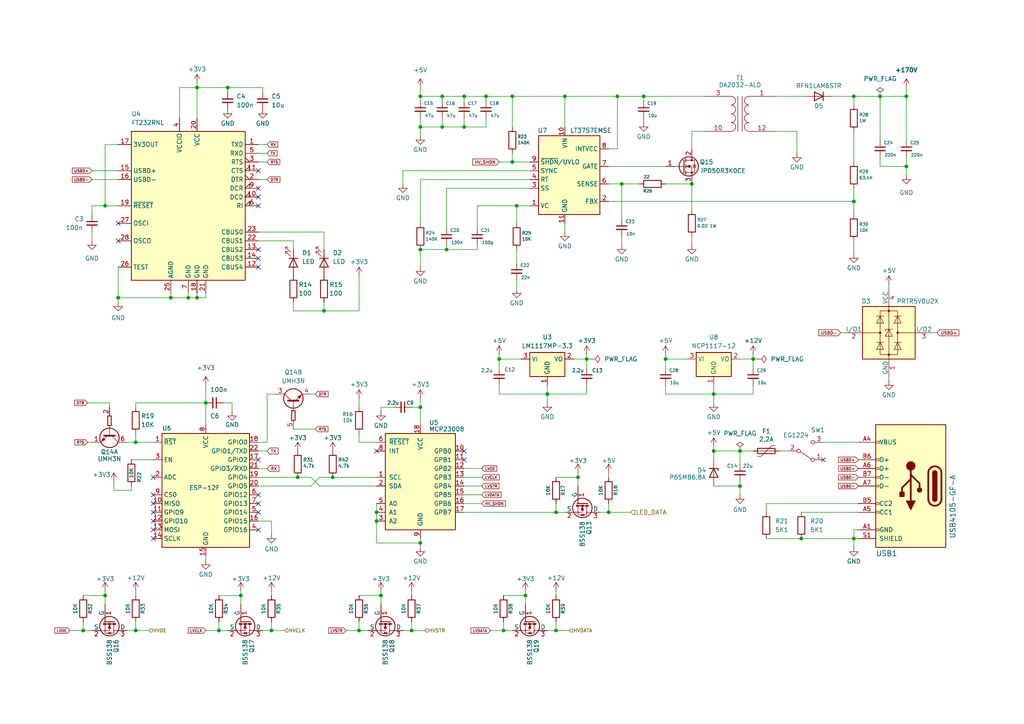
<source format=kicad_sch>
(kicad_sch (version 20231120) (generator "eeschema") (generator_version "8.0")
  (paper "A4")
  (title_block (title "NixieClock Pro Max") (rev "1"))
  (lib_symbols
    (symbol "+3V3_1" (power) (pin_numbers hide) (pin_names (offset 0) hide)
      (property "Value" "+3V3" (at 0 3.556 0))
      (symbol "+3V3_1_1_1"
        (pin power_in line (at 0 0 90) (length 0) (name "~") (number "1"))
      )
    )
    (symbol "+3V3_2" (power) (pin_numbers hide) (pin_names (offset 0) hide)
      (property "Value" "+3V3" (at 0 3.556 0))
      (symbol "+3V3_2_1_1"
        (pin power_in line (at 0 0 90) (length 0) (name "~") (number "1"))
      )
    )
    (symbol "+3V3_3" (power) (pin_numbers hide) (pin_names (offset 0) hide)
      (property "Value" "+3V3" (at 0 3.556 0))
      (symbol "+3V3_3_1_1"
        (pin power_in line (at 0 0 90) (length 0) (name "~") (number "1"))
      )
    )
    (symbol "Connector:USB_C_Receptacle_USB2.0_14P" (pin_names (offset 1.016))
      (property "Reference" "USB1" (at 10.16 19.558 0))
      (property "Value" "USB4105-GF-A" (at -12.192 15.24 90))
      (symbol "USB_C_Receptacle_USB2.0_14P_1_1"
        (pin passive line (at 15.24 12.7 180) (length 5.08) (name "GND") (number "A1"))
        (pin passive line (at 15.24 12.7 180) (length 5.08) hide (name "GND") (number "A12"))
        (pin passive line (at 15.24 -12.7 180) (length 5.08) (name "VBUS") (number "A4"))
        (pin bidirectional line (at 15.24 7.62 180) (length 5.08) (name "CC1") (number "A5"))
        (pin bidirectional line (at 15.24 -5.08 180) (length 5.08) (name "D+") (number "A6"))
        (pin bidirectional line (at 15.24 0 180) (length 5.08) (name "D-") (number "A7"))
        (pin passive line (at 15.24 -12.7 180) (length 5.08) hide (name "VBUS") (number "A9"))
        (pin passive line (at 15.24 12.7 180) (length 5.08) hide (name "GND") (number "B1"))
        (pin passive line (at 15.24 12.7 180) (length 5.08) hide (name "GND") (number "B12"))
        (pin passive line (at 15.24 -12.7 180) (length 5.08) hide (name "VBUS") (number "B4"))
        (pin bidirectional line (at 15.24 5.08 180) (length 5.08) (name "CC2") (number "B5"))
        (pin bidirectional line (at 15.24 -7.62 180) (length 5.08) (name "D+") (number "B6"))
        (pin bidirectional line (at 15.24 -2.54 180) (length 5.08) (name "D-") (number "B7"))
        (pin passive line (at 15.24 -12.7 180) (length 5.08) hide (name "VBUS") (number "B9"))
        (pin passive line (at 15.24 15.24 180) (length 5.08) (name "SHIELD") (number "S1"))
      )
    )
    (symbol "Device:C_Small" (pin_numbers hide) (pin_names (offset 0.254) hide)
      (property "Reference" "C" (at 0.254 1.778 0))
      (property "Value" "C_Small" (at 0.254 -2.032 0))
      (symbol "C_Small_1_1"
        (pin passive line (at 0 2.54 270) (length 2.032) (name "~") (number "1"))
        (pin passive line (at 0 -2.54 90) (length 2.032) (name "~") (number "2"))
      )
    )
    (symbol "Device:D" (pin_numbers hide) (pin_names (offset 1.016) hide)
      (property "Reference" "D" (at 0 2.54 0))
      (property "Value" "D" (at 0 -2.54 0))
      (symbol "D_1_1"
        (pin passive line (at -3.81 0 0) (length 2.54) (name "K") (number "1"))
        (pin passive line (at 3.81 0 180) (length 2.54) (name "A") (number "2"))
      )
    )
    (symbol "Device:D_Zener" (pin_numbers hide) (pin_names (offset 1.016) hide)
      (property "Reference" "D" (at 0 2.54 0))
      (property "Value" "D_Zener" (at 0 -2.54 0))
      (symbol "D_Zener_1_1"
        (pin passive line (at -3.81 0 0) (length 2.54) (name "K") (number "1"))
        (pin passive line (at 3.81 0 180) (length 2.54) (name "A") (number "2"))
      )
    )
    (symbol "Device:LED" (pin_numbers hide) (pin_names (offset 1.016) hide)
      (property "Reference" "D" (at 0 2.54 0))
      (property "Value" "LED" (at 0 -2.54 0))
      (symbol "LED_1_1"
        (pin passive line (at -3.81 0 0) (length 2.54) (name "K") (number "1"))
        (pin passive line (at 3.81 0 180) (length 2.54) (name "A") (number "2"))
      )
    )
    (symbol "Device:Polyfuse" (pin_numbers hide) (pin_names (offset 0))
      (property "Reference" "F" (at -2.54 0 90))
      (property "Value" "Polyfuse" (at 2.54 0 90))
      (symbol "Polyfuse_1_1"
        (pin passive line (at 0 3.81 270) (length 1.27) (name "~") (number "1"))
        (pin passive line (at 0 -3.81 90) (length 1.27) (name "~") (number "2"))
      )
    )
    (symbol "Device:R" (pin_numbers hide) (pin_names (offset 0))
      (property "Reference" "R" (at 2.032 0 90))
      (property "Value" "R" (at 0 0 90))
      (symbol "R_1_1"
        (pin passive line (at 0 3.81 270) (length 1.27) (name "~") (number "1"))
        (pin passive line (at 0 -3.81 90) (length 1.27) (name "~") (number "2"))
      )
    )
    (symbol "Device:Transformer_1P_1S" (pin_names (offset 1.016) hide)
      (property "Reference" "T1" (at 0.0127 10.16 0))
      (property "Value" "DA2032-ALD" (at 0.0127 7.62 0))
      (symbol "Transformer_1P_1S_1_1"
        (pin passive line (at 10.16 5.08 180) (length 7.62) (name "SB") (number "1"))
        (pin passive line (at -10.16 -5.08 0) (length 7.62) (name "AB") (number "10"))
        (pin passive line (at 10.16 -5.08 180) (length 7.62) (name "SA") (number "12"))
        (pin passive line (at -10.16 5.08 0) (length 7.62) (name "AA") (number "3"))
      )
    )
    (symbol "GND_1" (power) (pin_numbers hide) (pin_names (offset 0) hide)
      (property "Value" "GND" (at 0 -3.81 0))
      (symbol "GND_1_1_1"
        (pin power_in line (at 0 0 270) (length 0) (name "~") (number "1"))
      )
    )
    (symbol "GND_2" (power) (pin_numbers hide) (pin_names (offset 0) hide)
      (property "Value" "GND" (at 0 -3.81 0))
      (symbol "GND_2_1_1"
        (pin power_in line (at 0 0 270) (length 0) (name "~") (number "1"))
      )
    )
    (symbol "GND_3" (power) (pin_numbers hide) (pin_names (offset 0) hide)
      (property "Value" "GND" (at 0 -3.81 0))
      (symbol "GND_3_1_1"
        (pin power_in line (at 0 0 270) (length 0) (name "~") (number "1"))
      )
    )
    (symbol "GND_4" (power) (pin_numbers hide) (pin_names (offset 0) hide)
      (property "Value" "GND" (at 0 -3.81 0))
      (symbol "GND_4_1_1"
        (pin power_in line (at 0 0 270) (length 0) (name "~") (number "1"))
      )
    )
    (symbol "GND_5" (power) (pin_numbers hide) (pin_names (offset 0) hide)
      (property "Value" "GND" (at 0 -3.81 0))
      (symbol "GND_5_1_1"
        (pin power_in line (at 0 0 270) (length 0) (name "~") (number "1"))
      )
    )
    (symbol "GND_6" (power) (pin_numbers hide) (pin_names (offset 0) hide)
      (property "Value" "GND" (at 0 -3.81 0))
      (symbol "GND_6_1_1"
        (pin power_in line (at 0 0 270) (length 0) (name "~") (number "1"))
      )
    )
    (symbol "GND_7" (power) (pin_numbers hide) (pin_names (offset 0) hide)
      (property "Value" "GND" (at 0 -3.81 0))
      (symbol "GND_7_1_1"
        (pin power_in line (at 0 0 270) (length 0) (name "~") (number "1"))
      )
    )
    (symbol "GND_8" (power) (pin_numbers hide) (pin_names (offset 0) hide)
      (property "Value" "GND" (at 0 -3.81 0))
      (symbol "GND_8_1_1"
        (pin power_in line (at 0 0 270) (length 0) (name "~") (number "1"))
      )
    )
    (symbol "Interface_USB:FT232RL"
      (property "Reference" "U" (at -16.51 22.86 0))
      (property "Value" "FT232RL" (at 10.16 22.86 0))
      (symbol "FT232RL_1_1"
        (pin output line (at 20.32 17.78 180) (length 3.81) (name "TXD") (number "1"))
        (pin input input_low (at 20.32 2.54 180) (length 3.81) (name "DCD") (number "10"))
        (pin input input_low (at 20.32 10.16 180) (length 3.81) (name "CTS") (number "11"))
        (pin bidirectional line (at 20.32 -17.78 180) (length 3.81) (name "CBUS4") (number "12"))
        (pin bidirectional line (at 20.32 -12.7 180) (length 3.81) (name "CBUS2") (number "13"))
        (pin bidirectional line (at 20.32 -15.24 180) (length 3.81) (name "CBUS3") (number "14"))
        (pin bidirectional line (at -20.32 10.16 0) (length 3.81) (name "USBD+") (number "15"))
        (pin bidirectional line (at -20.32 7.62 0) (length 3.81) (name "USBD-") (number "16"))
        (pin power_out line (at -20.32 17.78 0) (length 3.81) (name "3V3OUT") (number "17"))
        (pin power_in line (at 2.54 -25.4 90) (length 3.81) (name "GND") (number "18"))
        (pin input line (at -20.32 0 0) (length 3.81) (name "~{RESET}") (number "19"))
        (pin output output_low (at 20.32 7.62 180) (length 3.81) (name "DTR") (number "2"))
        (pin power_in line (at 2.54 25.4 270) (length 3.81) (name "VCC") (number "20"))
        (pin power_in line (at 5.08 -25.4 90) (length 3.81) (name "GND") (number "21"))
        (pin bidirectional line (at 20.32 -10.16 180) (length 3.81) (name "CBUS1") (number "22"))
        (pin bidirectional line (at 20.32 -7.62 180) (length 3.81) (name "CBUS0") (number "23"))
        (pin power_in line (at -5.08 -25.4 90) (length 3.81) (name "AGND") (number "25"))
        (pin input line (at -20.32 -17.78 0) (length 3.81) (name "TEST") (number "26"))
        (pin input line (at -20.32 -5.08 0) (length 3.81) (name "OSCI") (number "27"))
        (pin output line (at -20.32 -10.16 0) (length 3.81) (name "OSCO") (number "28"))
        (pin output output_low (at 20.32 12.7 180) (length 3.81) (name "RTS") (number "3"))
        (pin power_in line (at -2.54 25.4 270) (length 3.81) (name "VCCIO") (number "4"))
        (pin input line (at 20.32 15.24 180) (length 3.81) (name "RXD") (number "5"))
        (pin input input_low (at 20.32 0 180) (length 3.81) (name "RI") (number "6"))
        (pin power_in line (at 0 -25.4 90) (length 3.81) (name "GND") (number "7"))
        (pin input input_low (at 20.32 5.08 180) (length 3.81) (name "DCR") (number "9"))
      )
    )
    (symbol "Nixie_proj-rescue:+3V3-Nixie_proj-rescue" (power) (pin_names (offset 0))
      (property "Value" "+3V3-Nixie_proj-rescue" (at 0 3.556 0))
      (symbol "+3V3-Nixie_proj-rescue_1_1"
        (pin power_in line (at 0 0 90) (length 0) hide (name "+3V3") (number "1"))
      )
    )
    (symbol "Nixie_proj-rescue:+5V-Nixie_proj-rescue" (power) (pin_names (offset 0))
      (property "Value" "+5V-Nixie_proj-rescue" (at 0 3.556 0))
      (symbol "+5V-Nixie_proj-rescue_1_1"
        (pin power_in line (at 0 0 90) (length 0) hide (name "+5V") (number "1"))
      )
    )
    (symbol "Nixie_proj-rescue:BSS138-RESCUE-Nixie_proj-Nixie_proj-rescue" (pin_names (offset 0))
      (property "Reference" "Q" (at 5.08 1.905 0))
      (property "Value" "BSS138-RESCUE-Nixie_proj-Nixie_proj-rescue" (at 5.08 0 0))
      (symbol "BSS138-RESCUE-Nixie_proj-Nixie_proj-rescue_1_1"
        (pin passive line (at -5.08 -1.27 0) (length 5.08) (name "G") (number "1"))
        (pin passive line (at 2.54 -5.08 90) (length 2.54) (name "S") (number "2"))
        (pin passive line (at 2.54 5.08 270) (length 2.54) (name "D") (number "3"))
      )
    )
    (symbol "Nixie_proj-rescue:MCP23008-Nixie_proj-rescue" (pin_names (offset 1.016))
      (property "Reference" "U" (at -2.54 15.875 0))
      (property "Value" "MCP23008-Nixie_proj-rescue" (at -2.54 13.97 0))
      (symbol "MCP23008-Nixie_proj-rescue_1_1"
        (pin input line (at 12.7 0 180) (length 2.54) (name "SCL") (number "1"))
        (pin bidirectional line (at -12.7 7.62 0) (length 2.54) (name "GPB0") (number "10"))
        (pin bidirectional line (at -12.7 5.08 0) (length 2.54) (name "GPB1") (number "11"))
        (pin bidirectional line (at -12.7 2.54 0) (length 2.54) (name "GPB2") (number "12"))
        (pin bidirectional line (at -12.7 0 0) (length 2.54) (name "GPB3") (number "13"))
        (pin bidirectional line (at -12.7 -2.54 0) (length 2.54) (name "GPB4") (number "14"))
        (pin bidirectional line (at -12.7 -5.08 0) (length 2.54) (name "GPB5") (number "15"))
        (pin bidirectional line (at -12.7 -7.62 0) (length 2.54) (name "GPB6") (number "16"))
        (pin bidirectional line (at -12.7 -10.16 0) (length 2.54) (name "GPB7") (number "17"))
        (pin power_in line (at 0 15.24 270) (length 2.54) (name "VCC") (number "18"))
        (pin bidirectional line (at 12.7 -2.54 180) (length 2.54) (name "SDA") (number "2"))
        (pin input line (at 12.7 -12.7 180) (length 2.54) (name "A2") (number "3"))
        (pin input line (at 12.7 -10.16 180) (length 2.54) (name "A1") (number "4"))
        (pin input line (at 12.7 -7.62 180) (length 2.54) (name "A0") (number "5"))
        (pin input line (at 12.7 10.16 180) (length 2.54) (name "~{RESET}") (number "6"))
        (pin output line (at 12.7 7.62 180) (length 2.54) (name "INT") (number "8"))
        (pin power_in line (at 0 -17.78 90) (length 2.54) (name "GND") (number "9"))
      )
    )
    (symbol "Nixie_proj-rescue:R-Nixie_proj-rescue" (pin_numbers hide) (pin_names (offset 0))
      (property "Reference" "R" (at 2.032 0 90))
      (property "Value" "R-Nixie_proj-rescue" (at 0 0 90))
      (symbol "R-Nixie_proj-rescue_1_1"
        (pin passive line (at 0 3.81 270) (length 1.27) (name "~") (number "1"))
        (pin passive line (at 0 -3.81 90) (length 1.27) (name "~") (number "2"))
      )
    )
    (symbol "Power_Protection:PRTR5V0U2X" (pin_names (offset 0))
      (property "Reference" "D" (at 2.794 8.636 0))
      (property "Value" "PRTR5V0U2X" (at 8.128 -9.398 0))
      (symbol "PRTR5V0U2X_1_1"
        (pin passive line (at 0 -12.7 90) (length 5.08) (name "GND") (number "1"))
        (pin passive line (at -12.7 0 0) (length 5.08) (name "I/O1") (number "2"))
        (pin passive line (at 12.7 0 180) (length 5.08) (name "I/O2") (number "3"))
        (pin passive line (at 0 12.7 270) (length 5.08) (name "VCC") (number "4"))
      )
    )
    (symbol "RF_Module:ESP-12F"
      (property "Reference" "U" (at -12.7 19.05 0))
      (property "Value" "ESP-12F" (at 12.7 19.05 0))
      (symbol "ESP-12F_1_1"
        (pin input line (at -15.24 15.24 0) (length 2.54) (name "~{RST}") (number "1"))
        (pin bidirectional line (at -15.24 -2.54 0) (length 2.54) (name "MISO") (number "10"))
        (pin bidirectional line (at -15.24 -5.08 0) (length 2.54) (name "GPIO9") (number "11"))
        (pin bidirectional line (at -15.24 -7.62 0) (length 2.54) (name "GPIO10") (number "12"))
        (pin bidirectional line (at -15.24 -10.16 0) (length 2.54) (name "MOSI") (number "13"))
        (pin bidirectional line (at -15.24 -12.7 0) (length 2.54) (name "SCLK") (number "14"))
        (pin power_in line (at 0 -17.78 90) (length 2.54) (name "GND") (number "15"))
        (pin bidirectional line (at 15.24 -7.62 180) (length 2.54) (name "GPIO15") (number "16"))
        (pin bidirectional line (at 15.24 10.16 180) (length 2.54) (name "GPIO2") (number "17"))
        (pin bidirectional line (at 15.24 15.24 180) (length 2.54) (name "GPIO0") (number "18"))
        (pin bidirectional line (at 15.24 5.08 180) (length 2.54) (name "GPIO4") (number "19"))
        (pin input line (at -15.24 5.08 0) (length 2.54) (name "ADC") (number "2"))
        (pin bidirectional line (at 15.24 2.54 180) (length 2.54) (name "GPIO5") (number "20"))
        (pin bidirectional line (at 15.24 7.62 180) (length 2.54) (name "GPIO3/RXD") (number "21"))
        (pin bidirectional line (at 15.24 12.7 180) (length 2.54) (name "GPIO1/TXD") (number "22"))
        (pin input line (at -15.24 10.16 0) (length 2.54) (name "EN") (number "3"))
        (pin bidirectional line (at 15.24 -10.16 180) (length 2.54) (name "GPIO16") (number "4"))
        (pin bidirectional line (at 15.24 -5.08 180) (length 2.54) (name "GPIO14") (number "5"))
        (pin bidirectional line (at 15.24 0 180) (length 2.54) (name "GPIO12") (number "6"))
        (pin bidirectional line (at 15.24 -2.54 180) (length 2.54) (name "GPIO13") (number "7"))
        (pin power_in line (at 0 20.32 270) (length 2.54) (name "VCC") (number "8"))
        (pin input line (at -15.24 0 0) (length 2.54) (name "CS0") (number "9"))
      )
    )
    (symbol "Regulator_Linear:LM1117MP-3.3"
      (property "Reference" "U" (at -3.81 3.175 0))
      (property "Value" "LM1117MP-3.3" (at 0 3.175 0))
      (symbol "LM1117MP-3.3_1_1"
        (pin power_in line (at 0 -7.62 90) (length 2.54) (name "GND") (number "1"))
        (pin power_out line (at 7.62 0 180) (length 2.54) (name "VO") (number "2"))
        (pin power_in line (at -7.62 0 0) (length 2.54) (name "VI") (number "3"))
      )
    )
    (symbol "Regulator_Linear:NCP1117-12_SOT223"
      (property "Reference" "U" (at -3.81 3.175 0))
      (property "Value" "NCP1117-12_SOT223" (at 0 3.175 0))
      (symbol "NCP1117-12_SOT223_1_1"
        (pin power_in line (at 0 -7.62 90) (length 2.54) (name "GND") (number "1"))
        (pin power_out line (at 7.62 0 180) (length 2.54) (name "VO") (number "2"))
        (pin power_in line (at -7.62 0 0) (length 2.54) (name "VI") (number "3"))
      )
    )
    (symbol "Regulator_Switching:LT3757EMSE"
      (property "Reference" "U7" (at 2.1941 15.24 0))
      (property "Value" "LT3757EMSE" (at 2.1941 12.7 0))
      (symbol "LT3757EMSE_1_1"
        (pin input line (at -10.16 -10.16 0) (length 2.54) (name "VC") (number "1"))
        (pin power_in line (at 0 12.7 270) (length 2.54) (name "VIN") (number "10"))
        (pin power_in line (at 0 -15.24 90) (length 2.54) (name "GND") (number "11"))
        (pin input line (at 12.7 -8.89 180) (length 2.54) (name "FBX") (number "2"))
        (pin input line (at -10.16 -5.08 0) (length 2.54) (name "SS") (number "3"))
        (pin input line (at -10.16 -2.54 0) (length 2.54) (name "RT") (number "4"))
        (pin input line (at -10.16 0 0) (length 2.54) (name "SYNC") (number "5"))
        (pin input line (at 12.7 -3.81 180) (length 2.54) (name "SENSE") (number "6"))
        (pin output line (at 12.7 1.27 180) (length 2.54) (name "GATE") (number "7"))
        (pin output line (at 12.7 6.35 180) (length 2.54) (name "INTVCC") (number "8"))
        (pin input line (at -10.16 2.54 0) (length 2.54) (name "~{SHDN}/UVLO") (number "9"))
      )
    )
    (symbol "Switch:SW_SPDT" (pin_names (offset 0) hide)
      (property "Reference" "SW" (at 0 4.318 0))
      (property "Value" "SW_SPDT" (at 0 -5.08 0))
      (symbol "SW_SPDT_1_1"
        (pin passive line (at 5.08 2.54 180) (length 2.54) (name "A") (number "1"))
        (pin passive line (at -5.08 0 0) (length 2.54) (name "B") (number "2"))
        (pin passive line (at 5.08 -2.54 180) (length 2.54) (name "C") (number "3"))
      )
    )
    (symbol "Transistor_BJT:UMH3N" (pin_names hide)
      (property "Reference" "Q" (at 7.62 1.27 0))
      (property "Value" "UMH3N" (at 7.62 -1.27 0))
      (symbol "UMH3N_1_1"
        (pin passive line (at 5.08 -5.08 90) (length 2.54) (name "E1") (number "1"))
        (pin input line (at -5.08 0 0) (length 2.54) (name "B1") (number "2"))
        (pin passive line (at 5.08 5.08 270) (length 2.54) (name "C1") (number "6"))
      )
      (symbol "UMH3N_2_1"
        (pin passive line (at 5.08 5.08 270) (length 2.54) (name "C2") (number "3"))
        (pin passive line (at 5.08 -5.08 90) (length 2.54) (name "E2") (number "4"))
        (pin input line (at -5.08 0 0) (length 2.54) (name "B2") (number "5"))
      )
    )
    (symbol "Transistor_FET:IPD50R3K0CE" (pin_names hide)
      (property "Reference" "Q" (at 5.08 1.905 0))
      (property "Value" "IPD50R3K0CE" (at 5.08 0 0))
      (symbol "IPD50R3K0CE_1_1"
        (pin input line (at -5.08 0 0) (length 2.54) (name "G") (number "1"))
        (pin passive line (at 2.54 5.08 270) (length 2.54) (name "D") (number "2"))
        (pin passive line (at 2.54 -5.08 90) (length 2.54) (name "S") (number "3"))
      )
    )
    (symbol "power:+12V" (power) (pin_numbers hide) (pin_names (offset 0) hide)
      (property "Value" "+12V" (at 0 3.556 0))
      (symbol "+12V_1_1"
        (pin power_in line (at 0 0 90) (length 0) (name "~") (number "1"))
      )
    )
    (symbol "power:+3V3" (power) (pin_names (offset 0))
      (property "Value" "+3V3" (at 0 3.556 0))
      (symbol "+3V3_1_1"
        (pin power_in line (at 0 0 90) (length 0) hide (name "+3V3") (number "1"))
      )
    )
    (symbol "power:+5V" (power) (pin_numbers hide) (pin_names (offset 0) hide)
      (property "Value" "+5V" (at 0 3.556 0))
      (symbol "+5V_1_1"
        (pin power_in line (at 0 0 90) (length 0) (name "~") (number "1"))
      )
    )
    (symbol "power:GND" (power) (pin_names (offset 0))
      (property "Value" "GND" (at 0 -3.81 0))
      (symbol "GND_1_1"
        (pin power_in line (at 0 0 270) (length 0) hide (name "GND") (number "1"))
      )
    )
    (symbol "power:PWR_FLAG" (power) (pin_numbers hide) (pin_names (offset 0) hide)
      (property "Value" "PWR_FLAG" (at 0 3.81 0))
      (symbol "PWR_FLAG_0_0"
        (pin power_out line (at 0 0 90) (length 0) (name "~") (number "1"))
      )
    )
    (symbol "power:Vdrive" (power) (pin_names (offset 0))
      (property "Value" "Vdrive" (at 0 3.81 0))
      (symbol "Vdrive_1_1"
        (pin power_in line (at 0 0 90) (length 0) hide (name "Vdrive") (number "1"))
      )
    )
  )
  (junction (at 207.01 114.3))
  (junction (at 247.65 58.42))
  (junction (at 148.59 46.99))
  (junction (at 39.37 182.88))
  (junction (at 129.54 72.39))
  (junction (at 180.34 53.34))
  (junction (at 161.29 148.59))
  (junction (at 255.27 27.94))
  (junction (at 57.15 86.36))
  (junction (at 86.36 138.43))
  (junction (at 193.04 104.14))
  (junction (at 152.4 172.72))
  (junction (at 247.65 156.21))
  (junction (at 161.29 182.88))
  (junction (at 66.04 25.4))
  (junction (at 121.92 72.39))
  (junction (at 176.53 148.59))
  (junction (at 96.52 138.43))
  (junction (at 119.38 182.88))
  (junction (at 93.98 90.17))
  (junction (at 170.18 104.14))
  (junction (at 57.15 25.4))
  (junction (at 140.97 27.94))
  (junction (at 148.59 27.94))
  (junction (at 30.48 59.69))
  (junction (at 54.61 86.36))
  (junction (at 167.64 138.43))
  (junction (at 146.05 182.88))
  (junction (at 59.69 116.84))
  (junction (at 179.07 27.94))
  (junction (at 121.92 27.94))
  (junction (at 30.48 172.72))
  (junction (at 78.74 182.88))
  (junction (at 121.92 118.11))
  (junction (at 63.5 182.88))
  (junction (at 262.89 48.26))
  (junction (at 121.92 36.83))
  (junction (at 128.27 27.94))
  (junction (at 134.62 36.83))
  (junction (at 218.44 104.14))
  (junction (at 158.75 114.3))
  (junction (at 232.41 156.21))
  (junction (at 128.27 36.83))
  (junction (at 149.86 59.69))
  (junction (at 200.66 53.34))
  (junction (at 49.53 86.36))
  (junction (at 109.22 151.13))
  (junction (at 207.01 130.81))
  (junction (at 121.92 157.48))
  (junction (at 262.89 27.94))
  (junction (at 109.22 148.59))
  (junction (at 34.29 86.36))
  (junction (at 186.69 27.94))
  (junction (at 214.63 130.81))
  (junction (at 247.65 27.94))
  (junction (at 214.63 140.97))
  (junction (at 110.49 172.72))
  (junction (at 69.85 172.72))
  (junction (at 39.37 128.27))
  (junction (at 24.13 182.88))
  (junction (at 104.14 182.88))
  (junction (at 134.62 27.94))
  (junction (at 163.83 27.94))
  (junction (at 144.78 104.14))
  (no_connect (at 44.45 138.43))
  (no_connect (at 74.93 133.35))
  (no_connect (at 134.62 130.81))
  (no_connect (at 74.93 148.59))
  (no_connect (at 74.93 74.93))
  (no_connect (at 74.93 72.39))
  (no_connect (at 44.45 151.13))
  (no_connect (at 74.93 146.05))
  (no_connect (at 134.62 133.35))
  (no_connect (at 109.22 130.81))
  (no_connect (at 74.93 153.67))
  (no_connect (at 44.45 156.21))
  (no_connect (at 74.93 59.69))
  (no_connect (at 74.93 54.61))
  (no_connect (at 74.93 77.47))
  (no_connect (at 44.45 146.05))
  (no_connect (at 34.29 64.77))
  (no_connect (at 34.29 69.85))
  (no_connect (at 44.45 143.51))
  (no_connect (at 44.45 153.67))
  (no_connect (at 74.93 143.51))
  (no_connect (at 44.45 148.59))
  (no_connect (at 74.93 49.53))
  (no_connect (at 238.76 133.35))
  (no_connect (at 74.93 57.15))
  (wire (pts (xy 128.27 34.29) (xy 128.27 36.83)))
  (wire (pts (xy 134.62 138.43) (xy 139.7 138.43)))
  (wire (pts (xy 248.92 153.67) (xy 247.65 153.67)))
  (wire (pts (xy 93.98 90.17) (xy 104.14 90.17)))
  (wire (pts (xy 66.04 26.67) (xy 66.04 25.4)))
  (wire (pts (xy 163.83 64.77) (xy 163.83 67.31)))
  (wire (pts (xy 247.65 38.1) (xy 247.65 46.99)))
  (wire (pts (xy 262.89 45.72) (xy 262.89 48.26)))
  (wire (pts (xy 161.29 148.59) (xy 163.83 148.59)))
  (wire (pts (xy 121.92 72.39) (xy 129.54 72.39)))
  (wire (pts (xy 63.5 182.88) (xy 66.04 182.88)))
  (wire (pts (xy 78.74 171.45) (xy 78.74 172.72)))
  (wire (pts (xy 54.61 86.36) (xy 57.15 86.36)))
  (wire (pts (xy 222.25 146.05) (xy 248.92 146.05)))
  (wire (pts (xy 121.92 72.39) (xy 121.92 77.47)))
  (wire (pts (xy 247.65 27.94) (xy 255.27 27.94)))
  (wire (pts (xy 214.63 104.14) (xy 218.44 104.14)))
  (wire (pts (xy 134.62 148.59) (xy 161.29 148.59)))
  (wire (pts (xy 170.18 102.87) (xy 170.18 104.14)))
  (wire (pts (xy 176.53 58.42) (xy 247.65 58.42)))
  (wire (pts (xy 207.01 114.3) (xy 207.01 111.76)))
  (wire (pts (xy 85.09 90.17) (xy 85.09 87.63)))
  (wire (pts (xy 34.29 87.63) (xy 34.29 86.36)))
  (wire (pts (xy 104.14 115.57) (xy 104.14 118.11)))
  (wire (pts (xy 104.14 90.17) (xy 104.14 80.01)))
  (wire (pts (xy 163.83 27.94) (xy 163.83 36.83)))
  (wire (pts (xy 33.02 142.24) (xy 38.1 142.24)))
  (wire (pts (xy 186.69 34.29) (xy 186.69 35.56)))
  (wire (pts (xy 59.69 182.88) (xy 63.5 182.88)))
  (wire (pts (xy 214.63 130.81) (xy 218.44 130.81)))
  (wire (pts (xy 57.15 86.36) (xy 57.15 85.09)))
  (wire (pts (xy 26.67 67.31) (xy 26.67 69.85)))
  (wire (pts (xy 226.06 130.81) (xy 228.6 130.81)))
  (wire (pts (xy 109.22 157.48) (xy 121.92 157.48)))
  (wire (pts (xy 129.54 54.61) (xy 129.54 66.04)))
  (wire (pts (xy 92.71 140.97) (xy 109.22 140.97)))
  (wire (pts (xy 262.89 27.94) (xy 262.89 40.64)))
  (wire (pts (xy 138.43 59.69) (xy 149.86 59.69)))
  (wire (pts (xy 138.43 66.04) (xy 138.43 59.69)))
  (wire (pts (xy 67.31 119.38) (xy 67.31 116.84)))
  (wire (pts (xy 149.86 72.39) (xy 149.86 76.2)))
  (wire (pts (xy 66.04 25.4) (xy 57.15 25.4)))
  (wire (pts (xy 207.01 114.3) (xy 218.44 114.3)))
  (wire (pts (xy 140.97 36.83) (xy 134.62 36.83)))
  (wire (pts (xy 148.59 46.99) (xy 153.67 46.99)))
  (wire (pts (xy 153.67 49.53) (xy 116.84 49.53)))
  (wire (pts (xy 24.13 182.88) (xy 26.67 182.88)))
  (wire (pts (xy 110.49 119.38) (xy 110.49 118.11)))
  (wire (pts (xy 134.62 29.21) (xy 134.62 27.94)))
  (wire (pts (xy 144.78 102.87) (xy 144.78 104.14)))
  (wire (pts (xy 26.67 59.69) (xy 30.48 59.69)))
  (wire (pts (xy 121.92 25.4) (xy 121.92 27.94)))
  (wire (pts (xy 262.89 48.26) (xy 262.89 50.8)))
  (wire (pts (xy 153.67 52.07) (xy 121.92 52.07)))
  (wire (pts (xy 218.44 102.87) (xy 218.44 104.14)))
  (wire (pts (xy 76.2 182.88) (xy 78.74 182.88)))
  (wire (pts (xy 63.5 172.72) (xy 69.85 172.72)))
  (wire (pts (xy 255.27 48.26) (xy 262.89 48.26)))
  (wire (pts (xy 93.98 72.39) (xy 93.98 67.31)))
  (wire (pts (xy 121.92 34.29) (xy 121.92 36.83)))
  (wire (pts (xy 116.84 182.88) (xy 119.38 182.88)))
  (wire (pts (xy 38.1 142.24) (xy 38.1 140.97)))
  (wire (pts (xy 39.37 180.34) (xy 39.37 182.88)))
  (wire (pts (xy 39.37 182.88) (xy 43.18 182.88)))
  (wire (pts (xy 33.02 142.24) (xy 33.02 139.7)))
  (wire (pts (xy 134.62 34.29) (xy 134.62 36.83)))
  (wire (pts (xy 146.05 172.72) (xy 152.4 172.72)))
  (wire (pts (xy 90.17 138.43) (xy 92.71 140.97)))
  (wire (pts (xy 85.09 124.46) (xy 91.44 124.46)))
  (wire (pts (xy 170.18 114.3) (xy 170.18 111.76)))
  (wire (pts (xy 25.4 116.84) (xy 31.75 116.84)))
  (wire (pts (xy 34.29 77.47) (xy 34.29 86.36)))
  (wire (pts (xy 90.17 140.97) (xy 92.71 138.43)))
  (wire (pts (xy 140.97 29.21) (xy 140.97 27.94)))
  (wire (pts (xy 200.66 38.1) (xy 200.66 43.18)))
  (wire (pts (xy 186.69 27.94) (xy 204.47 27.94)))
  (wire (pts (xy 180.34 53.34) (xy 180.34 63.5)))
  (wire (pts (xy 176.53 53.34) (xy 180.34 53.34)))
  (wire (pts (xy 121.92 115.57) (xy 121.92 118.11)))
  (wire (pts (xy 26.67 49.53) (xy 34.29 49.53)))
  (wire (pts (xy 176.53 137.16) (xy 176.53 138.43)))
  (wire (pts (xy 207.01 140.97) (xy 214.63 140.97)))
  (wire (pts (xy 104.14 182.88) (xy 106.68 182.88)))
  (wire (pts (xy 171.45 104.14) (xy 170.18 104.14)))
  (wire (pts (xy 207.01 114.3) (xy 207.01 116.84)))
  (wire (pts (xy 144.78 104.14) (xy 144.78 106.68)))
  (wire (pts (xy 85.09 69.85) (xy 74.93 69.85)))
  (wire (pts (xy 262.89 25.4) (xy 262.89 27.94)))
  (wire (pts (xy 100.33 182.88) (xy 104.14 182.88)))
  (wire (pts (xy 77.47 128.27) (xy 77.47 114.3)))
  (wire (pts (xy 207.01 130.81) (xy 214.63 130.81)))
  (wire (pts (xy 142.24 182.88) (xy 146.05 182.88)))
  (wire (pts (xy 74.93 44.45) (xy 77.47 44.45)))
  (wire (pts (xy 119.38 180.34) (xy 119.38 182.88)))
  (wire (pts (xy 129.54 72.39) (xy 129.54 71.12)))
  (wire (pts (xy 214.63 140.97) (xy 214.63 143.51)))
  (wire (pts (xy 179.07 43.18) (xy 179.07 27.94)))
  (wire (pts (xy 149.86 59.69) (xy 153.67 59.69)))
  (wire (pts (xy 247.65 156.21) (xy 248.92 156.21)))
  (wire (pts (xy 85.09 72.39) (xy 85.09 69.85)))
  (wire (pts (xy 57.15 25.4) (xy 57.15 34.29)))
  (wire (pts (xy 247.65 58.42) (xy 247.65 62.23)))
  (wire (pts (xy 85.09 90.17) (xy 93.98 90.17)))
  (wire (pts (xy 121.92 157.48) (xy 121.92 158.75)))
  (wire (pts (xy 257.81 82.55) (xy 257.81 83.82)))
  (wire (pts (xy 134.62 135.89) (xy 139.7 135.89)))
  (wire (pts (xy 59.69 162.56) (xy 59.69 161.29)))
  (wire (pts (xy 247.65 58.42) (xy 247.65 54.61)))
  (wire (pts (xy 49.53 86.36) (xy 54.61 86.36)))
  (wire (pts (xy 146.05 182.88) (xy 148.59 182.88)))
  (wire (pts (xy 78.74 151.13) (xy 78.74 154.94)))
  (wire (pts (xy 134.62 36.83) (xy 128.27 36.83)))
  (wire (pts (xy 134.62 143.51) (xy 139.7 143.51)))
  (wire (pts (xy 140.97 27.94) (xy 148.59 27.94)))
  (wire (pts (xy 119.38 182.88) (xy 123.19 182.88)))
  (wire (pts (xy 247.65 153.67) (xy 247.65 156.21)))
  (wire (pts (xy 193.04 114.3) (xy 193.04 111.76)))
  (wire (pts (xy 30.48 171.45) (xy 30.48 172.72)))
  (wire (pts (xy 166.37 104.14) (xy 170.18 104.14)))
  (wire (pts (xy 257.81 109.22) (xy 257.81 110.49)))
  (wire (pts (xy 74.93 138.43) (xy 86.36 138.43)))
  (wire (pts (xy 121.92 27.94) (xy 121.92 29.21)))
  (wire (pts (xy 193.04 53.34) (xy 200.66 53.34)))
  (wire (pts (xy 25.4 128.27) (xy 26.67 128.27)))
  (wire (pts (xy 222.25 156.21) (xy 232.41 156.21)))
  (wire (pts (xy 173.99 148.59) (xy 176.53 148.59)))
  (wire (pts (xy 121.92 52.07) (xy 121.92 64.77)))
  (wire (pts (xy 129.54 72.39) (xy 138.43 72.39)))
  (wire (pts (xy 74.93 140.97) (xy 90.17 140.97)))
  (wire (pts (xy 255.27 45.72) (xy 255.27 48.26)))
  (wire (pts (xy 214.63 130.81) (xy 214.63 134.62)))
  (wire (pts (xy 74.93 128.27) (xy 77.47 128.27)))
  (wire (pts (xy 222.25 146.05) (xy 222.25 148.59)))
  (wire (pts (xy 232.41 156.21) (xy 247.65 156.21)))
  (wire (pts (xy 110.49 172.72) (xy 110.49 175.26)))
  (wire (pts (xy 86.36 138.43) (xy 90.17 138.43)))
  (wire (pts (xy 176.53 146.05) (xy 176.53 148.59)))
  (wire (pts (xy 128.27 27.94) (xy 134.62 27.94)))
  (wire (pts (xy 110.49 118.11) (xy 114.3 118.11)))
  (wire (pts (xy 92.71 138.43) (xy 96.52 138.43)))
  (wire (pts (xy 200.66 38.1) (xy 204.47 38.1)))
  (wire (pts (xy 49.53 86.36) (xy 49.53 85.09)))
  (wire (pts (xy 121.92 156.21) (xy 121.92 157.48)))
  (wire (pts (xy 104.14 172.72) (xy 110.49 172.72)))
  (wire (pts (xy 119.38 118.11) (xy 121.92 118.11)))
  (wire (pts (xy 247.65 69.85) (xy 247.65 73.66)))
  (wire (pts (xy 255.27 27.94) (xy 262.89 27.94)))
  (wire (pts (xy 77.47 114.3) (xy 80.01 114.3)))
  (wire (pts (xy 219.71 104.14) (xy 218.44 104.14)))
  (wire (pts (xy 161.29 180.34) (xy 161.29 182.88)))
  (wire (pts (xy 109.22 146.05) (xy 109.22 148.59)))
  (wire (pts (xy 109.22 151.13) (xy 109.22 157.48)))
  (wire (pts (xy 128.27 29.21) (xy 128.27 27.94)))
  (wire (pts (xy 54.61 86.36) (xy 54.61 85.09)))
  (wire (pts (xy 207.01 130.81) (xy 207.01 133.35)))
  (wire (pts (xy 271.78 96.52) (xy 270.51 96.52)))
  (wire (pts (xy 193.04 104.14) (xy 199.39 104.14)))
  (wire (pts (xy 207.01 129.54) (xy 207.01 130.81)))
  (wire (pts (xy 193.04 114.3) (xy 207.01 114.3)))
  (wire (pts (xy 74.93 41.91) (xy 77.47 41.91)))
  (wire (pts (xy 167.64 137.16) (xy 167.64 138.43)))
  (wire (pts (xy 232.41 148.59) (xy 248.92 148.59)))
  (wire (pts (xy 24.13 172.72) (xy 30.48 172.72)))
  (wire (pts (xy 121.92 118.11) (xy 121.92 123.19)))
  (wire (pts (xy 30.48 59.69) (xy 34.29 59.69)))
  (wire (pts (xy 152.4 171.45) (xy 152.4 172.72)))
  (wire (pts (xy 57.15 86.36) (xy 59.69 86.36)))
  (wire (pts (xy 78.74 180.34) (xy 78.74 182.88)))
  (wire (pts (xy 243.84 96.52) (xy 245.11 96.52)))
  (wire (pts (xy 134.62 27.94) (xy 140.97 27.94)))
  (wire (pts (xy 218.44 104.14) (xy 218.44 106.68)))
  (wire (pts (xy 255.27 27.94) (xy 255.27 40.64)))
  (wire (pts (xy 30.48 172.72) (xy 30.48 175.26)))
  (wire (pts (xy 186.69 27.94) (xy 186.69 29.21)))
  (wire (pts (xy 104.14 128.27) (xy 104.14 125.73)))
  (wire (pts (xy 179.07 27.94) (xy 186.69 27.94)))
  (wire (pts (xy 36.83 128.27) (xy 39.37 128.27)))
  (wire (pts (xy 138.43 71.12) (xy 138.43 72.39)))
  (wire (pts (xy 161.29 171.45) (xy 161.29 172.72)))
  (wire (pts (xy 200.66 68.58) (xy 200.66 71.12)))
  (wire (pts (xy 69.85 172.72) (xy 69.85 175.26)))
  (wire (pts (xy 170.18 104.14) (xy 170.18 106.68)))
  (wire (pts (xy 34.29 86.36) (xy 49.53 86.36)))
  (wire (pts (xy 30.48 41.91) (xy 30.48 59.69)))
  (wire (pts (xy 161.29 182.88) (xy 165.1 182.88)))
  (wire (pts (xy 78.74 182.88) (xy 82.55 182.88)))
  (wire (pts (xy 90.17 114.3) (xy 91.44 114.3)))
  (wire (pts (xy 26.67 52.07) (xy 34.29 52.07)))
  (wire (pts (xy 231.14 38.1) (xy 231.14 44.45)))
  (wire (pts (xy 20.32 182.88) (xy 24.13 182.88)))
  (wire (pts (xy 140.97 34.29) (xy 140.97 36.83)))
  (wire (pts (xy 149.86 64.77) (xy 149.86 59.69)))
  (wire (pts (xy 134.62 140.97) (xy 139.7 140.97)))
  (wire (pts (xy 69.85 171.45) (xy 69.85 172.72)))
  (wire (pts (xy 180.34 53.34) (xy 185.42 53.34)))
  (wire (pts (xy 193.04 102.87) (xy 193.04 104.14)))
  (wire (pts (xy 104.14 180.34) (xy 104.14 182.88)))
  (wire (pts (xy 74.93 151.13) (xy 78.74 151.13)))
  (wire (pts (xy 39.37 116.84) (xy 59.69 116.84)))
  (wire (pts (xy 52.07 34.29) (xy 52.07 25.4)))
  (wire (pts (xy 152.4 172.72) (xy 152.4 175.26)))
  (wire (pts (xy 224.79 38.1) (xy 231.14 38.1)))
  (wire (pts (xy 34.29 41.91) (xy 30.48 41.91)))
  (wire (pts (xy 180.34 68.58) (xy 180.34 71.12)))
  (wire (pts (xy 63.5 180.34) (xy 63.5 182.88)))
  (wire (pts (xy 119.38 171.45) (xy 119.38 172.72)))
  (wire (pts (xy 76.2 25.4) (xy 76.2 26.67)))
  (wire (pts (xy 224.79 27.94) (xy 233.68 27.94)))
  (wire (pts (xy 148.59 27.94) (xy 163.83 27.94)))
  (wire (pts (xy 247.65 27.94) (xy 247.65 30.48)))
  (wire (pts (xy 96.52 138.43) (xy 109.22 138.43)))
  (wire (pts (xy 161.29 146.05) (xy 161.29 148.59)))
  (wire (pts (xy 128.27 36.83) (xy 121.92 36.83)))
  (wire (pts (xy 158.75 114.3) (xy 170.18 114.3)))
  (wire (pts (xy 74.93 130.81) (xy 77.47 130.81)))
  (wire (pts (xy 24.13 180.34) (xy 24.13 182.88)))
  (wire (pts (xy 144.78 104.14) (xy 151.13 104.14)))
  (wire (pts (xy 116.84 49.53) (xy 116.84 53.34)))
  (wire (pts (xy 149.86 81.28) (xy 149.86 83.82)))
  (wire (pts (xy 38.1 133.35) (xy 44.45 133.35)))
  (wire (pts (xy 241.3 27.94) (xy 247.65 27.94)))
  (wire (pts (xy 144.78 46.99) (xy 148.59 46.99)))
  (wire (pts (xy 77.47 52.07) (xy 74.93 52.07)))
  (wire (pts (xy 39.37 128.27) (xy 44.45 128.27)))
  (wire (pts (xy 26.67 62.23) (xy 26.67 59.69)))
  (wire (pts (xy 158.75 114.3) (xy 158.75 116.84)))
  (wire (pts (xy 218.44 114.3) (xy 218.44 111.76)))
  (wire (pts (xy 158.75 182.88) (xy 161.29 182.88)))
  (wire (pts (xy 52.07 25.4) (xy 57.15 25.4)))
  (wire (pts (xy 144.78 114.3) (xy 158.75 114.3)))
  (wire (pts (xy 200.66 53.34) (xy 200.66 60.96)))
  (wire (pts (xy 93.98 90.17) (xy 93.98 87.63)))
  (wire (pts (xy 67.31 116.84) (xy 64.77 116.84)))
  (wire (pts (xy 153.67 54.61) (xy 129.54 54.61)))
  (wire (pts (xy 163.83 27.94) (xy 179.07 27.94)))
  (wire (pts (xy 109.22 128.27) (xy 104.14 128.27)))
  (wire (pts (xy 139.7 146.05) (xy 134.62 146.05)))
  (wire (pts (xy 39.37 171.45) (xy 39.37 172.72)))
  (wire (pts (xy 109.22 148.59) (xy 109.22 151.13)))
  (wire (pts (xy 176.53 43.18) (xy 179.07 43.18)))
  (wire (pts (xy 31.75 116.84) (xy 31.75 118.11)))
  (wire (pts (xy 193.04 104.14) (xy 193.04 106.68)))
  (wire (pts (xy 59.69 111.76) (xy 59.69 116.84)))
  (wire (pts (xy 59.69 116.84) (xy 59.69 123.19)))
  (wire (pts (xy 176.53 148.59) (xy 182.88 148.59)))
  (wire (pts (xy 77.47 46.99) (xy 74.93 46.99)))
  (wire (pts (xy 144.78 114.3) (xy 144.78 111.76)))
  (wire (pts (xy 148.59 27.94) (xy 148.59 36.83)))
  (wire (pts (xy 214.63 139.7) (xy 214.63 140.97)))
  (wire (pts (xy 247.65 156.21) (xy 247.65 158.75)))
  (wire (pts (xy 158.75 114.3) (xy 158.75 111.76)))
  (wire (pts (xy 121.92 36.83) (xy 121.92 39.37)))
  (wire (pts (xy 146.05 180.34) (xy 146.05 182.88)))
  (wire (pts (xy 39.37 125.73) (xy 39.37 128.27)))
  (wire (pts (xy 110.49 171.45) (xy 110.49 172.72)))
  (wire (pts (xy 238.76 128.27) (xy 248.92 128.27)))
  (wire (pts (xy 57.15 24.13) (xy 57.15 25.4)))
  (wire (pts (xy 176.53 48.26) (xy 193.04 48.26)))
  (wire (pts (xy 36.83 182.88) (xy 39.37 182.88)))
  (wire (pts (xy 59.69 86.36) (xy 59.69 85.09)))
  (wire (pts (xy 161.29 138.43) (xy 167.64 138.43)))
  (wire (pts (xy 39.37 118.11) (xy 39.37 116.84)))
  (wire (pts (xy 74.93 135.89) (xy 77.47 135.89)))
  (wire (pts (xy 121.92 27.94) (xy 128.27 27.94)))
  (wire (pts (xy 148.59 44.45) (xy 148.59 46.99)))
  (wire (pts (xy 66.04 25.4) (xy 76.2 25.4)))
  (wire (pts (xy 93.98 67.31) (xy 74.93 67.31)))
  (wire (pts (xy 167.64 138.43) (xy 167.64 140.97)))
  (global_label "USBD+" (shape input) (at 271.78 96.52 0) (effects (font (size 0.889 0.889))) (property "Intersheetrefs" "${INTERSHEET_REFS}" (effects (hide yes))))
  (global_label "DTR" (shape input) (at 25.4 116.84 180) (effects (font (size 0.8 0.8))) (property "Intersheetrefs" "${INTERSHEET_REFS}" (effects (hide yes))))
  (global_label "USBD+" (shape input) (at 26.67 49.53 180) (effects (font (size 0.8 0.8))) (property "Intersheetrefs" "${INTERSHEET_REFS}" (effects (hide yes))))
  (global_label "RTS" (shape input) (at 91.44 124.46 0) (effects (font (size 0.8 0.8))) (property "Intersheetrefs" "${INTERSHEET_REFS}" (effects (hide yes))))
  (global_label "RTS" (shape input) (at 25.4 128.27 180) (effects (font (size 0.8 0.8))) (property "Intersheetrefs" "${INTERSHEET_REFS}" (effects (hide yes))))
  (global_label "HV_SHDN" (shape input) (at 139.7 146.05 0) (effects (font (size 0.8 0.8))) (property "Intersheetrefs" "${INTERSHEET_REFS}" (effects (hide yes))))
  (global_label "LVSTR" (shape input) (at 139.7 140.97 0) (effects (font (size 0.8 0.8))) (property "Intersheetrefs" "${INTERSHEET_REFS}" (effects (hide yes))))
  (global_label "DTR" (shape input) (at 91.44 114.3 0) (effects (font (size 0.8 0.8))) (property "Intersheetrefs" "${INTERSHEET_REFS}" (effects (hide yes))))
  (global_label "USBD-" (shape input) (at 248.92 138.43 180) (effects (font (size 0.8 0.8))) (property "Intersheetrefs" "${INTERSHEET_REFS}" (effects (hide yes))))
  (global_label "HV_SHDN" (shape input) (at 144.78 46.99 180) (effects (font (size 0.889 0.889))) (property "Intersheetrefs" "${INTERSHEET_REFS}" (effects (hide yes))))
  (global_label "RTS" (shape input) (at 77.47 46.99 0) (effects (font (size 0.8 0.8))) (property "Intersheetrefs" "${INTERSHEET_REFS}" (effects (hide yes))))
  (global_label "DTR" (shape input) (at 77.47 52.07 0) (effects (font (size 0.8 0.8))) (property "Intersheetrefs" "${INTERSHEET_REFS}" (effects (hide yes))))
  (global_label "USBD-" (shape input) (at 26.67 52.07 180) (effects (font (size 0.8 0.8))) (property "Intersheetrefs" "${INTERSHEET_REFS}" (effects (hide yes))))
  (global_label "LVDATA" (shape input) (at 139.7 143.51 0) (effects (font (size 0.8 0.8))) (property "Intersheetrefs" "${INTERSHEET_REFS}" (effects (hide yes))))
  (global_label "TX" (shape input) (at 77.47 130.81 0) (effects (font (size 0.889 0.889))) (property "Intersheetrefs" "${INTERSHEET_REFS}" (effects (hide yes))))
  (global_label "USBD+" (shape input) (at 248.92 133.35 180) (effects (font (size 0.8 0.8))) (property "Intersheetrefs" "${INTERSHEET_REFS}" (effects (hide yes))))
  (global_label "LVCLK" (shape input) (at 59.69 182.88 180) (effects (font (size 0.8 0.8))) (property "Intersheetrefs" "${INTERSHEET_REFS}" (effects (hide yes))))
  (global_label "LVOE" (shape input) (at 20.32 182.88 180) (effects (font (size 0.8 0.8))) (property "Intersheetrefs" "${INTERSHEET_REFS}" (effects (hide yes))))
  (global_label "LVDATA" (shape input) (at 142.24 182.88 180) (effects (font (size 0.8 0.8))) (property "Intersheetrefs" "${INTERSHEET_REFS}" (effects (hide yes))))
  (global_label "USBD-" (shape input) (at 243.84 96.52 180) (effects (font (size 0.889 0.889))) (property "Intersheetrefs" "${INTERSHEET_REFS}" (effects (hide yes))))
  (global_label "LVOE" (shape input) (at 139.7 135.89 0) (effects (font (size 0.8 0.8))) (property "Intersheetrefs" "${INTERSHEET_REFS}" (effects (hide yes))))
  (global_label "USBD+" (shape input) (at 248.92 135.89 180) (effects (font (size 0.8 0.8))) (property "Intersheetrefs" "${INTERSHEET_REFS}" (effects (hide yes))))
  (global_label "RX" (shape input) (at 77.47 41.91 0) (effects (font (size 0.8 0.8))) (property "Intersheetrefs" "${INTERSHEET_REFS}" (effects (hide yes))))
  (global_label "LVCLK" (shape input) (at 139.7 138.43 0) (effects (font (size 0.8 0.8))) (property "Intersheetrefs" "${INTERSHEET_REFS}" (effects (hide yes))))
  (global_label "LVSTR" (shape input) (at 100.33 182.88 180) (effects (font (size 0.8 0.8))) (property "Intersheetrefs" "${INTERSHEET_REFS}" (effects (hide yes))))
  (global_label "USBD-" (shape input) (at 248.92 140.97 180) (effects (font (size 0.8 0.8))) (property "Intersheetrefs" "${INTERSHEET_REFS}" (effects (hide yes))))
  (global_label "RX" (shape input) (at 77.47 135.89 0) (effects (font (size 0.889 0.889))) (property "Intersheetrefs" "${INTERSHEET_REFS}" (effects (hide yes))))
  (global_label "TX" (shape input) (at 77.47 44.45 0) (effects (font (size 0.8 0.8))) (property "Intersheetrefs" "${INTERSHEET_REFS}" (effects (hide yes))))
  (hierarchical_label "HVCLK" (shape input) (at 82.55 182.88 0) (effects (font (size 1 1))))
  (hierarchical_label "HVOE" (shape input) (at 43.18 182.88 0) (effects (font (size 1 1))))
  (hierarchical_label "HVDATA" (shape input) (at 165.1 182.88 0) (effects (font (size 1 1))))
  (hierarchical_label "HVSTR" (shape input) (at 123.19 182.88 0) (effects (font (size 1 1))))
  (hierarchical_label "LED_DATA" (shape input) (at 182.88 148.59 0))
  (symbol (lib_id "Device:C_Small") (at 180.34 66.04 0) (unit 1)
    (property "Reference" "C23" (at 181.356 64.262 0) (effects (font (size 0.889 0.889)) (justify left)))
    (property "Value" "10n" (at 181.61 67.818 0) (effects (font (size 0.889 0.889)) (justify left)))
    (property "Footprint" "Capacitor_SMD:C_0603_1608Metric" (effects (hide yes)))
    (property "MPN" "0603ZC103KAT4A" (effects (hide yes)))
  )
  (symbol (lib_name "GND_6") (lib_id "power:GND") (at 78.74 154.94 0) (unit 1)
    (property "Reference" "#PWR056" (effects (hide yes)))
    (property "Value" "GND" (at 78.74 159.258 0))
    (property "Description" "Power symbol creates a global label with name \"GND\" , ground" (effects (hide yes)))
  )
  (symbol (lib_id "Nixie_proj-rescue:BSS138-RESCUE-Nixie_proj-Nixie_proj-rescue") (at 71.12 180.34 270) (unit 1)
    (property "Reference" "Q17" (at 73.025 185.42 0) (effects (justify left)))
    (property "Value" "BSS138" (at 71.12 185.42 0) (effects (justify left)))
    (property "Footprint" "Package_TO_SOT_SMD:SOT-23W" (effects (hide yes)))
    (property "MPN" "BSS138" (effects (hide yes)))
  )
  (symbol (lib_id "power:+12V") (at 161.29 171.45 0) (unit 1)
    (property "Reference" "#PWR079" (effects (hide yes)))
    (property "Value" "+12V" (at 161.29 167.64 0))
    (property "Description" "Power symbol creates a global label with name \"+12V\"" (effects (hide yes)))
  )
  (symbol (lib_id "Nixie_proj-rescue:R-Nixie_proj-rescue") (at 161.29 176.53 0) (unit 1)
    (property "Reference" "R39" (at 163.322 176.53 90) (effects (font (size 1.016 1.016))))
    (property "Value" "10K" (at 159.004 176.53 90) (effects (font (size 1.016 1.016))))
    (property "Footprint" "Resistor_SMD:R_0603_1608Metric" (effects (hide yes)))
    (property "MPN" "CMP0603AFX-1002ELF" (effects (hide yes)))
  )
  (symbol (lib_id "power:+5V") (at 144.78 102.87 0) (unit 1)
    (property "Reference" "#PWR051" (effects (hide yes)))
    (property "Value" "+5V" (at 144.78 98.806 0))
    (property "Description" "Power symbol creates a global label with name \"+5V\"" (effects (hide yes)))
  )
  (symbol (lib_id "Device:C_Small") (at 140.97 31.75 0) (unit 1)
    (property "Reference" "C18" (at 141.986 29.972 0) (effects (font (size 0.889 0.889)) (justify left)))
    (property "Value" "47u" (at 142.24 33.528 0) (effects (font (size 0.889 0.889)) (justify left)))
    (property "Footprint" "Capacitor_SMD:C_1210_3225Metric" (effects (hide yes)))
    (property "MPN" "GRM32ER71A476KE15L" (effects (hide yes)))
  )
  (symbol (lib_name "GND_7") (lib_id "power:GND") (at 231.14 44.45 0) (unit 1)
    (property "Reference" "#PWR069" (effects (hide yes)))
    (property "Value" "GND" (at 231.14 48.514 0))
    (property "Description" "Power symbol creates a global label with name \"GND\" , ground" (effects (hide yes)))
  )
  (symbol (lib_id "Device:C_Small") (at 170.18 109.22 0) (unit 1)
    (property "Reference" "C13" (at 171.704 107.442 0) (effects (font (size 1.016 1.016)) (justify left)))
    (property "Value" "2.2u" (at 165.862 107.442 0) (effects (font (size 1.016 1.016)) (justify left)))
    (property "Footprint" "Capacitor_SMD:C_0805_2012Metric" (effects (hide yes)))
    (property "Description" "Unpolarized capacitor, small symbol" (effects (hide yes)))
    (property "MPN" "C0805C225K8PACTU" (effects (hide yes)))
  )
  (symbol (lib_id "power:+5V") (at 257.81 82.55 0) (unit 1)
    (property "Reference" "#PWR053" (effects (hide yes)))
    (property "Value" "+5V" (at 257.81 78.486 0))
    (property "Description" "Power symbol creates a global label with name \"+5V\"" (effects (hide yes)))
  )
  (symbol (lib_id "Nixie_proj-rescue:+3V3-Nixie_proj-rescue") (at 110.49 171.45 0) (unit 1)
    (property "Reference" "#PWR076" (effects (hide yes)))
    (property "Value" "+3V3" (at 110.49 167.894 0))
  )
  (symbol (lib_name "GND_7") (lib_id "power:GND") (at 186.69 35.56 0) (unit 1)
    (property "Reference" "#PWR068" (effects (hide yes)))
    (property "Value" "GND" (at 186.69 39.624 0))
    (property "Description" "Power symbol creates a global label with name \"GND\" , ground" (effects (hide yes)))
  )
  (symbol (lib_id "Device:C_Small") (at 129.54 68.58 0) (unit 1)
    (property "Reference" "C20" (at 130.556 66.802 0) (effects (font (size 0.889 0.889)) (justify left)))
    (property "Value" "100n" (at 130.81 70.358 0) (effects (font (size 0.889 0.889)) (justify left)))
    (property "Footprint" "Mouser:CAPC1608X90N" (effects (hide yes)))
    (property "MPN" "C0603C104K5RAC9109" (effects (hide yes)))
  )
  (symbol (lib_id "power:GND") (at 66.04 31.75 0) (unit 1)
    (property "Reference" "#PWR023" (effects (hide yes)))
    (property "Value" "GND" (at 66.04 35.814 0))
  )
  (symbol (lib_id "Regulator_Switching:LT3757EMSE") (at 163.83 49.53 0) (unit 1)
    (property "Reference" "U7" (at 155.956 37.846 0) (effects (justify left)))
    (property "Value" "LT3757EMSE" (at 165.354 37.846 0) (effects (justify left)))
    (property "Footprint" "Package_SO:MSOP-10-1EP_3x3mm_P0.5mm_EP1.68x1.88mm" (effects (hide yes)))
    (property "Datasheet" "https://www.analog.com/media/en/technical-documentation/data-sheets/3757Afe.pdf" (effects (hide yes)))
    (property "Description" "Boost, flyback, SEPIC and inverting regulator. MSOP-10" (effects (hide yes)))
    (property "MPN" "LT3757EMSE" (effects (hide yes)))
  )
  (symbol (lib_name "GND_2") (lib_id "power:GND") (at 247.65 158.75 0) (unit 1)
    (property "Reference" "#PWR031" (effects (hide yes)))
    (property "Value" "GND" (at 247.65 162.814 0))
    (property "Description" "Power symbol creates a global label with name \"GND\" , ground" (effects (hide yes)))
  )
  (symbol (lib_name "GND_4") (lib_id "power:GND") (at 121.92 158.75 0) (unit 1)
    (property "Reference" "#PWR047" (effects (hide yes)))
    (property "Value" "GND" (at 121.92 162.814 0))
    (property "Description" "Power symbol creates a global label with name \"GND\" , ground" (effects (hide yes)))
  )
  (symbol (lib_id "Device:C_Small") (at 193.04 109.22 0) (unit 1)
    (property "Reference" "C28" (at 194.056 107.442 0) (effects (font (size 0.889 0.889)) (justify left)))
    (property "Value" "10u" (at 194.31 110.998 0) (effects (font (size 0.889 0.889)) (justify left)))
    (property "Footprint" "Capacitor_SMD:C_0603_1608Metric" (effects (hide yes)))
    (property "MPN" "GRM188C81A106MA73D" (effects (hide yes)))
  )
  (symbol (lib_id "Device:Polyfuse") (at 222.25 130.81 270) (unit 1)
    (property "Reference" "F1" (at 222.25 125.095 90))
    (property "Value" "2,2A" (at 222.25 127.4064 90))
    (property "Footprint" "Fuse:Fuse_1812_4532Metric_Pad1.30x3.40mm_HandSolder" (effects (hide yes)))
    (property "Datasheet" "https://www.reichelt.de/bilder/elements/sonstige/64x64/pdf_64x64.png" (effects (hide yes)))
    (property "MPN" "MINISMDC110F/24-2" (effects (hide yes)))
  )
  (symbol (lib_id "Nixie_proj-rescue:+3V3-Nixie_proj-rescue") (at 69.85 171.45 0) (unit 1)
    (property "Reference" "#PWR074" (effects (hide yes)))
    (property "Value" "+3V3" (at 69.85 167.894 0))
  )
  (symbol (lib_id "power:+3V3") (at 57.15 24.13 0) (unit 1)
    (property "Reference" "#PWR025" (effects (hide yes)))
    (property "Value" "+3V3" (at 57.15 20.066 0))
  )
  (symbol (lib_id "Transistor_BJT:UMH3N") (at 31.75 123.19 270) (unit 1)
    (property "Reference" "Q14" (at 31.75 131.064 90))
    (property "Value" "UMH3N" (at 31.75 133.096 90))
    (property "Footprint" "Package_TO_SOT_SMD:SOT-363_SC-70-6" (effects (hide yes)))
    (property "Datasheet" "http://rohmfs.rohm.com/en/products/databook/datasheet/discrete/transistor/digital/emh3t2r-e.pdf" (effects (hide yes)))
    (property "Description" "0.1A Ic, 50V Vce, Dual NPN Input Resistor Transistors, SOT-363" (effects (hide yes)))
    (property "MPN" "UMH3NTN " (effects (hide yes)))
  )
  (symbol (lib_id "Nixie_proj-rescue:R-Nixie_proj-rescue") (at 24.13 176.53 0) (unit 1)
    (property "Reference" "R32" (at 26.162 176.53 90) (effects (font (size 1.016 1.016))))
    (property "Value" "10K" (at 21.844 176.53 90) (effects (font (size 1.016 1.016))))
    (property "Footprint" "Resistor_SMD:R_0603_1608Metric" (effects (hide yes)))
    (property "MPN" "CMP0603AFX-1002ELF" (effects (hide yes)))
  )
  (symbol (lib_id "Nixie_proj-rescue:+5V-Nixie_proj-rescue") (at 176.53 137.16 0) (unit 1)
    (property "Reference" "#PWR045" (effects (hide yes)))
    (property "Value" "+5V" (at 176.53 133.604 0))
  )
  (symbol (lib_id "Nixie_proj-rescue:+3V3-Nixie_proj-rescue") (at 30.48 171.45 0) (unit 1)
    (property "Reference" "#PWR072" (effects (hide yes)))
    (property "Value" "+3V3" (at 30.48 167.894 0))
  )
  (symbol (lib_id "Device:C_Small") (at 76.2 29.21 0) (unit 1)
    (property "Reference" "C5" (at 78.74 27.9463 0) (effects (justify left)))
    (property "Value" "10u" (at 78.74 30.4863 0) (effects (justify left)))
    (property "Footprint" "Capacitor_SMD:C_1206_3216Metric" (effects (hide yes)))
    (property "MPN" "C1206C106K8RAC" (effects (hide yes)))
  )
  (symbol (lib_id "Nixie_proj-rescue:R-Nixie_proj-rescue") (at 161.29 142.24 0) (unit 1)
    (property "Reference" "R17" (at 163.322 142.24 90) (effects (font (size 1.016 1.016))))
    (property "Value" "10K" (at 159.004 142.24 90) (effects (font (size 1.016 1.016))))
    (property "Footprint" "Resistor_SMD:R_0603_1608Metric" (effects (hide yes)))
    (property "MPN" "CMP0603AFX-1002ELF" (effects (hide yes)))
  )
  (symbol (lib_name "+3V3_2") (lib_id "power:+3V3") (at 104.14 115.57 0) (unit 1)
    (property "Reference" "#PWR035" (effects (hide yes)))
    (property "Value" "+3V3" (at 104.14 111.506 0))
    (property "Description" "Power symbol creates a global label with name \"+3V3\"" (effects (hide yes)))
  )
  (symbol (lib_id "Nixie_proj-rescue:R-Nixie_proj-rescue") (at 176.53 142.24 0) (unit 1)
    (property "Reference" "R18" (at 178.562 142.24 90) (effects (font (size 1.016 1.016))))
    (property "Value" "10K" (at 174.244 142.24 90) (effects (font (size 1.016 1.016))))
    (property "Footprint" "Resistor_SMD:R_0603_1608Metric" (effects (hide yes)))
    (property "MPN" "CMP0603AFX-1002ELF" (effects (hide yes)))
  )
  (symbol (lib_id "Device:C_Small") (at 62.23 116.84 270) (unit 1)
    (property "Reference" "C6" (at 60.96 120.65 90) (effects (justify left)))
    (property "Value" "100n" (at 60.96 113.03 90) (effects (justify left)))
    (property "Footprint" "Capacitor_SMD:C_0603_1608Metric" (effects (hide yes)))
    (property "MPN" "C0603C104K5RAC9109" (effects (hide yes)))
  )
  (symbol (lib_name "GND_5") (lib_id "power:GND") (at 257.81 110.49 0) (unit 1)
    (property "Reference" "#PWR054" (effects (hide yes)))
    (property "Value" "GND" (at 257.81 114.554 0))
    (property "Description" "Power symbol creates a global label with name \"GND\" , ground" (effects (hide yes)))
  )
  (symbol (lib_id "power:+12V") (at 218.44 102.87 0) (unit 1)
    (property "Reference" "#PWR022" (effects (hide yes)))
    (property "Value" "+12V" (at 218.44 98.806 0))
    (property "Description" "Power symbol creates a global label with name \"+12V\"" (effects (hide yes)))
  )
  (symbol (lib_name "GND_7") (lib_id "power:GND") (at 116.84 53.34 0) (unit 1)
    (property "Reference" "#PWR066" (effects (hide yes)))
    (property "Value" "GND" (at 116.84 57.404 0))
    (property "Description" "Power symbol creates a global label with name \"GND\" , ground" (effects (hide yes)))
  )
  (symbol (lib_id "Device:R") (at 232.41 152.4 0) (unit 1)
    (property "Reference" "R20" (at 234.95 151.1299 0) (effects (justify left)))
    (property "Value" "5K1" (at 234.95 153.6699 0) (effects (justify left)))
    (property "Footprint" "Resistor_SMD:R_0603_1608Metric" (effects (hide yes)))
    (property "MPN" "ERJ-UP3J512V" (effects (hide yes)))
  )
  (symbol (lib_id "Device:R") (at 85.09 83.82 0) (unit 1)
    (property "Reference" "R14" (at 86.614 82.55 0) (effects (justify left)))
    (property "Value" "100" (at 86.614 85.09 0) (effects (justify left)))
    (property "Footprint" "Resistor_SMD:R_0603_1608Metric" (effects (hide yes)))
    (property "MPN" "ESR03EZPF1000" (effects (hide yes)))
  )
  (symbol (lib_name "+3V3_1") (lib_id "power:+3V3") (at 33.02 139.7 0) (unit 1)
    (property "Reference" "#PWR048" (effects (hide yes)))
    (property "Value" "+3V3" (at 29.464 137.668 0))
    (property "Description" "Power symbol creates a global label with name \"+3V3\"" (effects (hide yes)))
  )
  (symbol (lib_id "Device:R") (at 148.59 40.64 0) (unit 1)
    (property "Reference" "R23" (at 150.114 39.624 0) (effects (font (size 0.889 0.889)) (justify left)))
    (property "Value" "140K" (at 150.114 41.402 0) (effects (font (size 0.889 0.889)) (justify left)))
    (property "Footprint" "Resistor_SMD:R_0603_1608Metric" (effects (hide yes)))
    (property "MPN" "RCS0603140KFKEA" (effects (hide yes)))
  )
  (symbol (lib_id "Nixie_proj-rescue:R-Nixie_proj-rescue") (at 104.14 176.53 0) (unit 1)
    (property "Reference" "R36" (at 106.172 176.53 90) (effects (font (size 1.016 1.016))))
    (property "Value" "10K" (at 101.854 176.53 90) (effects (font (size 1.016 1.016))))
    (property "Footprint" "Resistor_SMD:R_0603_1608Metric" (effects (hide yes)))
    (property "MPN" "CMP0603AFX-1002ELF" (effects (hide yes)))
  )
  (symbol (lib_id "Device:R") (at 149.86 68.58 0) (unit 1)
    (property "Reference" "R25" (at 151.384 67.564 0) (effects (font (size 0.889 0.889)) (justify left)))
    (property "Value" "10K" (at 151.384 69.342 0) (effects (font (size 0.889 0.889)) (justify left)))
    (property "Footprint" "Resistor_SMD:R_0603_1608Metric" (effects (hide yes)))
    (property "MPN" "CMP0603AFX-1002ELF" (effects (hide yes)))
  )
  (symbol (lib_name "+3V3_2") (lib_id "power:+3V3") (at 86.36 130.81 0) (unit 1)
    (property "Reference" "#PWR083" (effects (hide yes)))
    (property "Value" "+3V3" (at 86.36 127 0))
    (property "Description" "Power symbol creates a global label with name \"+3V3\"" (effects (hide yes)))
  )
  (symbol (lib_id "Device:D_Zener") (at 207.01 137.16 270) (unit 1)
    (property "Reference" "D4" (at 202.184 136.398 90) (effects (justify left)))
    (property "Value" "P6SMB6,8A" (at 194.056 138.43 90) (effects (justify left)))
    (property "Footprint" "Diode_SMD:D_SMB" (effects (hide yes)))
    (property "Datasheet" "https://www.reichelt.de/bilder/elements/sonstige/64x64/pdf_64x64.png" (effects (hide yes)))
    (property "MPN" "P6SMB6.8A/TR13" (effects (hide yes)))
  )
  (symbol (lib_id "Nixie_proj-rescue:BSS138-RESCUE-Nixie_proj-Nixie_proj-rescue") (at 31.75 180.34 270) (unit 1)
    (property "Reference" "Q16" (at 33.655 185.42 0) (effects (justify left)))
    (property "Value" "BSS138" (at 31.75 185.42 0) (effects (justify left)))
    (property "Footprint" "Package_TO_SOT_SMD:SOT-23W" (effects (hide yes)))
    (property "MPN" "BSS138" (effects (hide yes)))
  )
  (symbol (lib_id "power:GND") (at 76.2 31.75 0) (unit 1)
    (property "Reference" "#PWR024" (effects (hide yes)))
    (property "Value" "GND" (at 76.2 35.814 0))
  )
  (symbol (lib_name "GND_2") (lib_id "power:GND") (at 214.63 143.51 0) (unit 1)
    (property "Reference" "#PWR055" (effects (hide yes)))
    (property "Value" "GND" (at 214.63 147.828 0))
    (property "Description" "Power symbol creates a global label with name \"GND\" , ground" (effects (hide yes)))
  )
  (symbol (lib_id "Nixie_proj-rescue:BSS138-RESCUE-Nixie_proj-Nixie_proj-rescue") (at 168.91 146.05 270) (unit 1)
    (property "Reference" "Q13" (at 170.815 151.13 0) (effects (justify left)))
    (property "Value" "BSS138" (at 168.91 151.13 0) (effects (justify left)))
    (property "Footprint" "Package_TO_SOT_SMD:SOT-23W" (effects (hide yes)))
    (property "MPN" "BSS138" (effects (hide yes)))
  )
  (symbol (lib_id "Device:C_Small") (at 128.27 31.75 0) (unit 1)
    (property "Reference" "C16" (at 129.286 29.972 0) (effects (font (size 0.889 0.889)) (justify left)))
    (property "Value" "47u" (at 129.54 33.528 0) (effects (font (size 0.889 0.889)) (justify left)))
    (property "Footprint" "Capacitor_SMD:C_1210_3225Metric" (effects (hide yes)))
    (property "MPN" "GRM32ER71A476KE15L" (effects (hide yes)))
  )
  (symbol (lib_id "Interface_USB:FT232RL") (at 54.61 59.69 0) (unit 1)
    (property "Reference" "U4" (at 38.1 33.02 0) (effects (justify left)))
    (property "Value" "FT232RNL" (at 38.1 35.56 0) (effects (justify left)))
    (property "Footprint" "Package_SO:SSOP-28_5.3x10.2mm_P0.65mm" (effects (hide yes)))
    (property "Datasheet" "https://www.ftdichip.com/Support/Documents/DataSheets/ICs/DS_FT232R.pdf" (effects (hide yes)))
    (property "MPN" "FT232RNL-REEL" (effects (hide yes)))
  )
  (symbol (lib_id "Device:R") (at 93.98 83.82 0) (unit 1)
    (property "Reference" "R15" (at 95.504 82.55 0) (effects (justify left)))
    (property "Value" "100" (at 95.504 85.09 0) (effects (justify left)))
    (property "Footprint" "Resistor_SMD:R_0603_1608Metric" (effects (hide yes)))
    (property "MPN" "ESR03EZPF1000" (effects (hide yes)))
  )
  (symbol (lib_name "GND_5") (lib_id "power:GND") (at 158.75 116.84 0) (unit 1)
    (property "Reference" "#PWR050" (effects (hide yes)))
    (property "Value" "GND" (at 158.75 120.904 0))
    (property "Description" "Power symbol creates a global label with name \"GND\" , ground" (effects (hide yes)))
  )
  (symbol (lib_id "Device:C_Small") (at 116.84 118.11 270) (unit 1)
    (property "Reference" "C9" (at 117.856 116.84 90) (effects (font (size 1.016 1.016)) (justify left)))
    (property "Value" "2.2u" (at 112.268 116.84 90) (effects (font (size 1.016 1.016)) (justify left)))
    (property "Footprint" "Capacitor_SMD:C_0805_2012Metric" (effects (hide yes)))
    (property "MPN" "C0805C225K8PACTU" (effects (hide yes)))
  )
  (symbol (lib_id "power:+3V3") (at 59.69 111.76 0) (unit 1)
    (property "Reference" "#PWR027" (effects (hide yes)))
    (property "Value" "+3V3" (at 59.69 106.68 0))
  )
  (symbol (lib_id "Device:C_Small") (at 214.63 137.16 0) (unit 1)
    (property "Reference" "C14" (at 210.82 135.128 0) (effects (font (size 1.016 1.016)) (justify left)))
    (property "Value" "22u" (at 215.392 135.128 0) (effects (font (size 1.016 1.016)) (justify left)))
    (property "Footprint" "Capacitor_SMD:C_0805_2012Metric" (effects (hide yes)))
    (property "MPN" "GRM21BR60J226ME39L" (effects (hide yes)))
  )
  (symbol (lib_name "+3V3_2") (lib_id "power:+3V3") (at 96.52 130.81 0) (unit 1)
    (property "Reference" "#PWR084" (effects (hide yes)))
    (property "Value" "+3V3" (at 96.52 127 0))
    (property "Description" "Power symbol creates a global label with name \"+3V3\"" (effects (hide yes)))
  )
  (symbol (lib_id "Power_Protection:PRTR5V0U2X") (at 257.81 96.52 0) (unit 1)
    (property "Reference" "D3" (at 251.206 87.376 0))
    (property "Value" "PRTR5V0U2X" (at 266.192 87.376 0))
    (property "Footprint" "Package_TO_SOT_SMD:SOT-143" (effects (hide yes)))
    (property "Datasheet" "https://assets.nexperia.com/documents/data-sheet/PRTR5V0U2X.pdf" (effects (hide yes)))
    (property "Description" "Ultra low capacitance double rail-to-rail ESD protection diode, SOT-143" (effects (hide yes)))
    (property "MPN" "PRTR5V0U2X-QR " (effects (hide yes)))
  )
  (symbol (lib_id "Nixie_proj-rescue:BSS138-RESCUE-Nixie_proj-Nixie_proj-rescue") (at 111.76 180.34 270) (unit 1)
    (property "Reference" "Q18" (at 113.665 185.42 0) (effects (justify left)))
    (property "Value" "BSS138" (at 111.76 185.42 0) (effects (justify left)))
    (property "Footprint" "Package_TO_SOT_SMD:SOT-23W" (effects (hide yes)))
    (property "MPN" "BSS138" (effects (hide yes)))
  )
  (symbol (lib_id "Device:C_Small") (at 134.62 31.75 0) (unit 1)
    (property "Reference" "C17" (at 135.636 29.972 0) (effects (font (size 0.889 0.889)) (justify left)))
    (property "Value" "47u" (at 135.89 33.528 0) (effects (font (size 0.889 0.889)) (justify left)))
    (property "Footprint" "Capacitor_SMD:C_1210_3225Metric" (effects (hide yes)))
    (property "MPN" "GRM32ER71A476KE15L" (effects (hide yes)))
  )
  (symbol (lib_id "power:+5V") (at 121.92 25.4 0) (unit 1)
    (property "Reference" "#PWR057" (effects (hide yes)))
    (property "Value" "+5V" (at 121.92 20.32 0))
    (property "Description" "Power symbol creates a global label with name \"+5V\"" (effects (hide yes)))
  )
  (symbol (lib_id "Device:R") (at 38.1 137.16 0) (unit 1)
    (property "Reference" "R22" (at 40.386 139.954 90) (effects (font (size 1 1)) (justify left)))
    (property "Value" "10K" (at 38.1 138.684 90) (effects (font (size 1 1)) (justify left)))
    (property "Footprint" "Resistor_SMD:R_0603_1608Metric" (effects (hide yes)))
    (property "MPN" "CMP0603AFX-1002ELF" (effects (hide yes)))
  )
  (symbol (lib_id "Nixie_proj-rescue:BSS138-RESCUE-Nixie_proj-Nixie_proj-rescue") (at 153.67 180.34 270) (unit 1)
    (property "Reference" "Q19" (at 155.575 185.42 0) (effects (justify left)))
    (property "Value" "BSS138" (at 153.67 185.42 0) (effects (justify left)))
    (property "Footprint" "Package_TO_SOT_SMD:SOT-23W" (effects (hide yes)))
    (property "MPN" "BSS138" (effects (hide yes)))
  )
  (symbol (lib_id "Device:Transformer_1P_1S") (at 214.63 33.02 0) (unit 1)
    (property "Reference" "T1" (at 214.63 22.606 0))
    (property "Value" "DA2032-ALD" (at 214.63 24.638 0))
    (property "Footprint" "footprints:SOP250P2197X889-12N" (effects (hide yes)))
    (property "Description" "Transformer, single primary, single secondary" (effects (hide yes)))
    (property "Height" "8.89" (effects (hide yes)))
    (property "Mouser Part Number" "994-DA2032-ALD" (effects (hide yes)))
    (property "Mouser Price/Stock" "https://www.mouser.co.uk/ProductDetail/Coilcraft/DA2032-ALD?qs=ZYnrCdKdyefv4mcPD%252BT0WQ%3D%3D" (effects (hide yes)))
    (property "Manufacturer_Name" "COILCRAFT" (effects (hide yes)))
    (property "MPN" "DA2032-ALD" (effects (hide yes)))
  )
  (symbol (lib_id "RF_Module:ESP-12F") (at 59.69 143.51 0) (unit 1)
    (property "Reference" "U6" (at 46.99 124.206 0) (effects (justify left)))
    (property "Value" "ESP-12F" (at 54.864 141.478 0) (effects (justify left)))
    (property "Footprint" "RF_Module:ESP-12E" (effects (hide yes)))
    (property "MPN" "SBC-ESP8266-12F" (effects (hide yes)))
  )
  (symbol (lib_id "power:+5V") (at 193.04 102.87 0) (unit 1)
    (property "Reference" "#PWR070" (effects (hide yes)))
    (property "Value" "+5V" (at 193.04 98.806 0))
    (property "Description" "Power symbol creates a global label with name \"+5V\"" (effects (hide yes)))
  )
  (symbol (lib_id "power:GND") (at 67.31 119.38 0) (unit 1)
    (property "Reference" "#PWR026" (effects (hide yes)))
    (property "Value" "GND" (at 67.31 123.19 0))
  )
  (symbol (lib_id "Nixie_proj-rescue:R-Nixie_proj-rescue") (at 104.14 121.92 0) (unit 1)
    (property "Reference" "R16" (at 100.838 120.142 0) (effects (font (size 1.016 1.016))))
    (property "Value" "10k" (at 100.838 121.92 0) (effects (font (size 1.016 1.016))))
    (property "Footprint" "Resistor_SMD:R_0603_1608Metric" (effects (hide yes)))
    (property "MPN" "CMP0603AFX-1002ELF" (effects (hide yes)))
  )
  (symbol (lib_id "Nixie_proj-rescue:R-Nixie_proj-rescue") (at 39.37 176.53 0) (unit 1)
    (property "Reference" "R33" (at 41.402 176.53 90) (effects (font (size 1.016 1.016))))
    (property "Value" "10K" (at 37.084 176.53 90) (effects (font (size 1.016 1.016))))
    (property "Footprint" "Resistor_SMD:R_0603_1608Metric" (effects (hide yes)))
    (property "MPN" "CMP0603AFX-1002ELF" (effects (hide yes)))
  )
  (symbol (lib_id "power:GND") (at 34.29 87.63 0) (unit 1)
    (property "Reference" "#PWR014" (effects (hide yes)))
    (property "Value" "GND" (at 34.29 92.202 0))
  )
  (symbol (lib_id "power:+3V3") (at 104.14 80.01 0) (unit 1)
    (property "Reference" "#PWR015" (effects (hide yes)))
    (property "Value" "+3V3" (at 104.14 75.946 0))
  )
  (symbol (lib_id "power:+12V") (at 39.37 171.45 0) (unit 1)
    (property "Reference" "#PWR073" (effects (hide yes)))
    (property "Value" "+12V" (at 39.37 167.64 0))
    (property "Description" "Power symbol creates a global label with name \"+12V\"" (effects (hide yes)))
  )
  (symbol (lib_id "Device:R") (at 200.66 64.77 0) (unit 1)
    (property "Reference" "R27" (at 202.184 63.754 0) (effects (font (size 0.889 0.889)) (justify left)))
    (property "Value" "0.02 1W" (at 202.184 65.532 0) (effects (font (size 0.889 0.889)) (justify left)))
    (property "Footprint" "Resistor_SMD:R_1206_3216Metric" (effects (hide yes)))
    (property "MPN" "CFN1206-JZ-R020ELF " (effects (hide yes)))
  )
  (symbol (lib_name "GND_7") (lib_id "power:GND") (at 163.83 67.31 0) (unit 1)
    (property "Reference" "#PWR059" (effects (hide yes)))
    (property "Value" "GND" (at 163.83 71.374 0))
    (property "Description" "Power symbol creates a global label with name \"GND\" , ground" (effects (hide yes)))
  )
  (symbol (lib_id "Nixie_proj-rescue:MCP23008-Nixie_proj-rescue") (at 121.92 138.43 0) (mirror y) (unit 1)
    (property "Reference" "U5" (at 124.46 122.555 0) (effects (justify right)))
    (property "Value" "MCP23008" (at 124.46 124.46 0) (effects (justify right)))
    (property "Footprint" "Package_SO:SOIC-18W_7.5x11.6mm_P1.27mm" (effects (hide yes)))
    (property "MPN" "MCP23008-E/SO " (effects (hide yes)))
  )
  (symbol (lib_name "GND_1") (lib_id "power:GND") (at 59.69 162.56 0) (unit 1)
    (property "Reference" "#PWR030" (effects (hide yes)))
    (property "Value" "GND" (at 59.69 166.624 0))
    (property "Description" "Power symbol creates a global label with name \"GND\" , ground" (effects (hide yes)))
  )
  (symbol (lib_name "GND_7") (lib_id "power:GND") (at 121.92 77.47 0) (unit 1)
    (property "Reference" "#PWR063" (effects (hide yes)))
    (property "Value" "GND" (at 121.92 81.534 0))
    (property "Description" "Power symbol creates a global label with name \"GND\" , ground" (effects (hide yes)))
  )
  (symbol (lib_id "Device:C_Small") (at 121.92 31.75 0) (unit 1)
    (property "Reference" "C15" (at 122.936 29.972 0) (effects (font (size 0.889 0.889)) (justify left)))
    (property "Value" "47u" (at 123.19 33.528 0) (effects (font (size 0.889 0.889)) (justify left)))
    (property "Footprint" "Capacitor_SMD:C_1210_3225Metric" (effects (hide yes)))
    (property "MPN" "GRM32ER71A476KE15L" (effects (hide yes)))
  )
  (symbol (lib_id "power:PWR_FLAG") (at 255.27 27.94 0) (unit 1)
    (property "Reference" "#FLG01" (effects (hide yes)))
    (property "Value" "PWR_FLAG" (at 255.27 22.86 0))
    (property "Description" "Special symbol for telling ERC where power comes from" (effects (hide yes)))
  )
  (symbol (lib_id "Device:R") (at 247.65 66.04 0) (unit 1)
    (property "Reference" "R30" (at 249.174 65.024 0) (effects (font (size 0.889 0.889)) (justify left)))
    (property "Value" "10K" (at 249.174 66.802 0) (effects (font (size 0.889 0.889)) (justify left)))
    (property "Footprint" "Resistor_SMD:R_0603_1608Metric" (effects (hide yes)))
    (property "Description" "Resistor" (effects (hide yes)))
    (property "MPN" "CMP0603AFX-1002ELF" (effects (hide yes)))
  )
  (symbol (lib_id "power:Vdrive") (at 262.89 25.4 0) (unit 1)
    (property "Reference" "#PWR058" (effects (hide yes)))
    (property "Value" "+170V" (at 262.89 20.32 0) (effects (font (bold yes))))
  )
  (symbol (lib_id "power:PWR_FLAG") (at 214.63 130.81 0) (unit 1)
    (property "Reference" "#FLG02" (effects (hide yes)))
    (property "Value" "PWR_FLAG" (at 214.63 125.73 0))
    (property "Description" "Special symbol for telling ERC where power comes from" (effects (hide yes)))
  )
  (symbol (lib_id "Nixie_proj-rescue:R-Nixie_proj-rescue") (at 119.38 176.53 0) (unit 1)
    (property "Reference" "R37" (at 121.412 176.53 90) (effects (font (size 1.016 1.016))))
    (property "Value" "10K" (at 117.094 176.53 90) (effects (font (size 1.016 1.016))))
    (property "Footprint" "Resistor_SMD:R_0603_1608Metric" (effects (hide yes)))
    (property "MPN" "CMP0603AFX-1002ELF" (effects (hide yes)))
  )
  (symbol (lib_name "GND_7") (lib_id "power:GND") (at 200.66 71.12 0) (unit 1)
    (property "Reference" "#PWR061" (effects (hide yes)))
    (property "Value" "GND" (at 200.66 75.184 0))
    (property "Description" "Power symbol creates a global label with name \"GND\" , ground" (effects (hide yes)))
  )
  (symbol (lib_id "Device:R") (at 247.65 34.29 0) (unit 1)
    (property "Reference" "R28" (at 249.174 33.274 0) (effects (font (size 0.889 0.889)) (justify left)))
    (property "Value" "1M" (at 249.174 35.052 0) (effects (font (size 0.889 0.889)) (justify left)))
    (property "Footprint" "Resistor_SMD:R_1206_3216Metric" (effects (hide yes)))
    (property "MPN" "RCV12061M00FKEAAT" (effects (hide yes)))
  )
  (symbol (lib_id "Device:R") (at 39.37 121.92 0) (unit 1)
    (property "Reference" "R19" (at 40.894 120.65 0) (effects (justify left)))
    (property "Value" "10K" (at 40.894 123.19 0) (effects (justify left)))
    (property "Footprint" "Resistor_SMD:R_0603_1608Metric" (effects (hide yes)))
    (property "Description" "Resistor" (effects (hide yes)))
    (property "MPN" "CMP0603AFX-1002ELF" (effects (hide yes)))
  )
  (symbol (lib_id "power:+12V") (at 119.38 171.45 0) (unit 1)
    (property "Reference" "#PWR077" (effects (hide yes)))
    (property "Value" "+12V" (at 119.38 167.64 0))
    (property "Description" "Power symbol creates a global label with name \"+12V\"" (effects (hide yes)))
  )
  (symbol (lib_id "Device:R") (at 96.52 134.62 0) (unit 1)
    (property "Reference" "R42" (at 98.044 133.35 0) (effects (font (size 1 1)) (justify left)))
    (property "Value" "4.7k" (at 98.044 135.128 0) (effects (font (size 1 1)) (justify left)))
    (property "Footprint" "Resistor_SMD:R_0603_1608Metric" (effects (hide yes)))
    (property "Description" "Resistor" (effects (hide yes)))
    (property "MPN" "CRCW06034K70FKEAHP" (effects (hide yes)))
  )
  (symbol (lib_name "GND_5") (lib_id "power:GND") (at 207.01 116.84 0) (unit 1)
    (property "Reference" "#PWR071" (effects (hide yes)))
    (property "Value" "GND" (at 207.01 120.904 0))
    (property "Description" "Power symbol creates a global label with name \"GND\" , ground" (effects (hide yes)))
  )
  (symbol (lib_name "+3V3_2") (lib_id "power:+3V3") (at 121.92 115.57 0) (unit 1)
    (property "Reference" "#PWR039" (effects (hide yes)))
    (property "Value" "+3V3" (at 121.92 111.506 0))
    (property "Description" "Power symbol creates a global label with name \"+3V3\"" (effects (hide yes)))
  )
  (symbol (lib_id "power:GND") (at 26.67 69.85 0) (unit 1)
    (property "Reference" "#PWR016" (effects (hide yes)))
    (property "Value" "GND" (at 26.67 74.93 0))
  )
  (symbol (lib_id "Device:C_Small") (at 186.69 31.75 0) (unit 1)
    (property "Reference" "C19" (at 187.706 29.972 0) (effects (font (size 0.889 0.889)) (justify left)))
    (property "Value" "10u" (at 187.96 33.528 0) (effects (font (size 0.889 0.889)) (justify left)))
    (property "Footprint" "Capacitor_SMD:C_0603_1608Metric" (effects (hide yes)))
    (property "MPN" "GRM188C81A106MA73D" (effects (hide yes)))
  )
  (symbol (lib_name "GND_7") (lib_id "power:GND") (at 180.34 71.12 0) (unit 1)
    (property "Reference" "#PWR065" (effects (hide yes)))
    (property "Value" "GND" (at 180.34 75.184 0))
    (property "Description" "Power symbol creates a global label with name \"GND\" , ground" (effects (hide yes)))
  )
  (symbol (lib_id "Nixie_proj-rescue:R-Nixie_proj-rescue") (at 78.74 176.53 0) (unit 1)
    (property "Reference" "R35" (at 80.772 176.53 90) (effects (font (size 1.016 1.016))))
    (property "Value" "10K" (at 76.454 176.53 90) (effects (font (size 1.016 1.016))))
    (property "Footprint" "Resistor_SMD:R_0603_1608Metric" (effects (hide yes)))
    (property "MPN" "CMP0603AFX-1002ELF" (effects (hide yes)))
  )
  (symbol (lib_id "Switch:SW_SPDT") (at 233.68 130.81 0) (mirror x) (unit 1)
    (property "Reference" "SW1" (at 237.236 124.714 0))
    (property "Value" "EG1224" (at 230.886 126.238 0))
    (property "Footprint" "Button_Switch_THT:SW_E-Switch_EG1224_SPDT_Angled" (effects (hide yes)))
    (property "Datasheet" "https://www.mouser.de/datasheet/2/140/EG-345873.pdf" (effects (hide yes)))
    (property "MPN" "EG1224" (effects (hide yes)))
  )
  (symbol (lib_name "GND_8") (lib_id "power:GND") (at 262.89 50.8 0) (unit 1)
    (property "Reference" "#PWR060" (effects (hide yes)))
    (property "Value" "GND" (at 262.89 55.88 0))
    (property "Description" "Power symbol creates a global label with name \"GND\" , ground" (effects (hide yes)))
  )
  (symbol (lib_name "+3V3_3") (lib_id "power:+3V3") (at 170.18 102.87 0) (unit 1)
    (property "Reference" "#PWR052" (effects (hide yes)))
    (property "Value" "+3V3" (at 170.18 98.806 0))
    (property "Description" "Power symbol creates a global label with name \"+3V3\"" (effects (hide yes)))
  )
  (symbol (lib_id "Device:D") (at 237.49 27.94 180) (unit 1)
    (property "Reference" "D5" (at 237.49 30.734 0))
    (property "Value" "RFN1LAM6STR" (at 237.49 24.892 0))
    (property "Footprint" "footprints:RFN1LAM6STR" (effects (hide yes)))
    (property "Description" "Diode" (effects (hide yes)))
    (property "Mouser Price/Stock" "https://www.mouser.co.uk/ProductDetail/ROHM-Semiconductor/RFN1LAM6STR?qs=5aG0NVq1C4wABEh1Wm5PJg%3D%3D" (effects (hide yes)))
    (property "MPN" "RFN1LAM6STR" (effects (hide yes)))
  )
  (symbol (lib_id "Regulator_Linear:NCP1117-12_SOT223") (at 207.01 104.14 0) (unit 1)
    (property "Reference" "U8" (at 207.01 97.79 0))
    (property "Value" "NCP1117-12" (at 207.01 100.33 0))
    (property "Footprint" "Package_TO_SOT_SMD:SOT-223-3_TabPin2" (effects (hide yes)))
    (property "Datasheet" "http://www.onsemi.com/pub_link/Collateral/NCP1117-D.PDF" (effects (hide yes)))
    (property "Description" "1A Low drop-out regulator, Fixed Output 12V, SOT-223" (effects (hide yes)))
    (property "MPN" "NCV1117ST12T3G " (effects (hide yes)))
  )
  (symbol (lib_id "Nixie_proj-rescue:R-Nixie_proj-rescue") (at 63.5 176.53 0) (unit 1)
    (property "Reference" "R34" (at 65.532 176.53 90) (effects (font (size 1.016 1.016))))
    (property "Value" "10K" (at 61.214 176.53 90) (effects (font (size 1.016 1.016))))
    (property "Footprint" "Resistor_SMD:R_0603_1608Metric" (effects (hide yes)))
    (property "MPN" "CMP0603AFX-1002ELF" (effects (hide yes)))
  )
  (symbol (lib_name "GND_3") (lib_id "power:GND") (at 110.49 119.38 0) (unit 1)
    (property "Reference" "#PWR046" (effects (hide yes)))
    (property "Value" "GND" (at 110.49 123.444 0))
    (property "Description" "Power symbol creates a global label with name \"GND\" , ground" (effects (hide yes)))
  )
  (symbol (lib_id "Regulator_Linear:LM1117MP-3.3") (at 158.75 104.14 0) (unit 1)
    (property "Reference" "U3" (at 158.75 97.79 0))
    (property "Value" "LM1117MP-3.3" (at 158.75 100.33 0))
    (property "Footprint" "Package_TO_SOT_SMD:SOT-223-3_TabPin2" (effects (hide yes)))
    (property "Datasheet" "http://www.ti.com/lit/ds/symlink/lm1117.pdf" (effects (hide yes)))
    (property "Description" "800mA Low-Dropout Linear Regulator, 3.3V fixed output, SOT-223" (effects (hide yes)))
    (property "MPN" "LM1117MP-3.3/NOPB" (effects (hide yes)))
  )
  (symbol (lib_id "power:+5V") (at 207.01 129.54 0) (unit 1)
    (property "Reference" "#PWR049" (effects (hide yes)))
    (property "Value" "+5V" (at 207.01 125.476 0))
    (property "Description" "Power symbol creates a global label with name \"+5V\"" (effects (hide yes)))
  )
  (symbol (lib_id "Transistor_BJT:UMH3N") (at 85.09 119.38 90) (unit 2)
    (property "Reference" "Q14" (at 85.09 107.95 90))
    (property "Value" "UMH3N" (at 85.09 110.49 90))
    (property "Footprint" "Package_TO_SOT_SMD:SOT-363_SC-70-6" (effects (hide yes)))
    (property "Datasheet" "http://rohmfs.rohm.com/en/products/databook/datasheet/discrete/transistor/digital/emh3t2r-e.pdf" (effects (hide yes)))
    (property "Description" "0.1A Ic, 50V Vce, Dual NPN Input Resistor Transistors, SOT-363" (effects (hide yes)))
    (property "MPN" "UMH3NTN " (effects (hide yes)))
  )
  (symbol (lib_id "Device:C_Small") (at 149.86 78.74 0) (unit 1)
    (property "Reference" "C22" (at 150.876 76.962 0) (effects (font (size 0.889 0.889)) (justify left)))
    (property "Value" "22n" (at 151.13 80.518 0) (effects (font (size 0.889 0.889)) (justify left)))
    (property "Footprint" "Capacitor_SMD:C_0603_1608Metric" (effects (hide yes)))
    (property "MPN" "0603ZC223KAT2A" (effects (hide yes)))
  )
  (symbol (lib_name "GND_7") (lib_id "power:GND") (at 247.65 73.66 0) (unit 1)
    (property "Reference" "#PWR062" (effects (hide yes)))
    (property "Value" "GND" (at 247.65 77.724 0))
    (property "Description" "Power symbol creates a global label with name \"GND\" , ground" (effects (hide yes)))
  )
  (symbol (lib_id "Device:R") (at 86.36 134.62 0) (unit 1)
    (property "Reference" "R31" (at 87.884 133.35 0) (effects (font (size 1 1)) (justify left)))
    (property "Value" "4.7k" (at 87.884 135.128 0) (effects (font (size 1 1)) (justify left)))
    (property "Footprint" "Resistor_SMD:R_0603_1608Metric" (effects (hide yes)))
    (property "Description" "Resistor" (effects (hide yes)))
    (property "MPN" "CRCW06034K70FKEAHP" (effects (hide yes)))
  )
  (symbol (lib_id "Device:C_Small") (at 218.44 109.22 0) (unit 1)
    (property "Reference" "C29" (at 219.456 107.442 0) (effects (font (size 0.889 0.889)) (justify left)))
    (property "Value" "10u" (at 219.71 110.998 0) (effects (font (size 0.889 0.889)) (justify left)))
    (property "Footprint" "Capacitor_SMD:C_0603_1608Metric" (effects (hide yes)))
    (property "MPN" "GRM188C81A106MA73D" (effects (hide yes)))
  )
  (symbol (lib_id "Nixie_proj-rescue:+3V3-Nixie_proj-rescue") (at 152.4 171.45 0) (unit 1)
    (property "Reference" "#PWR078" (effects (hide yes)))
    (property "Value" "+3V3" (at 152.4 167.894 0))
  )
  (symbol (lib_name "GND_7") (lib_id "power:GND") (at 149.86 83.82 0) (unit 1)
    (property "Reference" "#PWR064" (effects (hide yes)))
    (property "Value" "GND" (at 149.86 87.884 0))
    (property "Description" "Power symbol creates a global label with name \"GND\" , ground" (effects (hide yes)))
  )
  (symbol (lib_id "Device:C_Small") (at 138.43 68.58 0) (unit 1)
    (property "Reference" "C21" (at 139.446 66.802 0) (effects (font (size 0.889 0.889)) (justify left)))
    (property "Value" "100p" (at 139.7 70.358 0) (effects (font (size 0.889 0.889)) (justify left)))
    (property "Footprint" "Capacitor_SMD:C_0603_1608Metric" (effects (hide yes)))
    (property "MPN" "C0603C101K8RACAUTO" (effects (hide yes)))
  )
  (symbol (lib_id "Transistor_FET:IPD50R3K0CE") (at 198.12 48.26 0) (unit 1)
    (property "Reference" "Q15" (at 202.946 46.99 0) (effects (justify left)))
    (property "Value" "IPD50R3K0CE" (at 203.2 49.53 0) (effects (justify left)))
    (property "Footprint" "Package_TO_SOT_SMD:TO-252-2" (effects (hide yes)))
    (property "Datasheet" "https://www.infineon.com/dgdl/IPx50R3K0CE_2_0.pdf?folderId=db3a3043163797a6011637d4bae7003b&fileId=db3a304339dcf4b10139e7e9ff592ce4" (effects (hide yes)))
    (property "Description" "1.7A Id, 500V Vds, CoolMOS N-Channel Power MOSFET, 3Ohm Ron, 4.3nC Qg (typ), TO-252-2" (effects (hide yes)))
    (property "MPN" "IPD50R3K0CEAUMA1" (effects (hide yes)))
  )
  (symbol (lib_id "Device:R") (at 222.25 152.4 0) (unit 1)
    (property "Reference" "R21" (at 224.79 151.1299 0) (effects (justify left)))
    (property "Value" "5K1" (at 224.79 153.6699 0) (effects (justify left)))
    (property "Footprint" "Resistor_SMD:R_0603_1608Metric" (effects (hide yes)))
    (property "MPN" "ERJ-UP3J512V" (effects (hide yes)))
  )
  (symbol (lib_id "Connector:USB_C_Receptacle_USB2.0_14P") (at 264.16 140.97 180) (unit 1)
    (property "Reference" "USB1" (at 254 160.528 0) (effects (font (size 1.524 1.524)) (justify right)))
    (property "Value" "USB4105-GF-A" (at 276.352 156.21 90) (effects (font (size 1.524 1.524)) (justify right)))
    (property "Footprint" "Connector_USB:USB_C_Receptacle_GCT_USB4105-xx-A_16P_TopMnt_Horizontal" (effects (hide yes)))
    (property "Datasheet" "https://www.usb.org/sites/default/files/documents/usb_type-c.zip" (effects (hide yes)))
    (property "Description" "USB 2.0-only 14P Type-C Receptacle connector" (effects (hide yes)))
    (property "MPN" "USB4105-GF-A" (effects (hide yes)))
  )
  (symbol (lib_id "power:+12V") (at 78.74 171.45 0) (unit 1)
    (property "Reference" "#PWR075" (effects (hide yes)))
    (property "Value" "+12V" (at 78.74 167.64 0))
    (property "Description" "Power symbol creates a global label with name \"+12V\"" (effects (hide yes)))
  )
  (symbol (lib_id "Device:LED") (at 93.98 76.2 270) (unit 1)
    (property "Reference" "D2" (at 96.52 73.3425 90) (effects (justify left)))
    (property "Value" "LED" (at 96.52 75.8825 90) (effects (justify left)))
    (property "Footprint" "LED_SMD:LED_1206_3216Metric" (effects (hide yes)))
    (property "Description" "red" (effects (hide yes)))
    (property "MPN" "599-0410-127F" (effects (hide yes)))
  )
  (symbol (lib_id "Device:C_Small") (at 66.04 29.21 0) (unit 1)
    (property "Reference" "C4" (at 68.58 27.9463 0) (effects (justify left)))
    (property "Value" "100n" (at 68.58 30.4863 0) (effects (justify left)))
    (property "Footprint" "Capacitor_SMD:C_0603_1608Metric" (effects (hide yes)))
    (property "MPN" "C0603C104K5RAC9109" (effects (hide yes)))
  )
  (symbol (lib_id "Device:C_Small") (at 255.27 43.18 0) (unit 1)
    (property "Reference" "C24" (at 256.286 41.402 0) (effects (font (size 0.889 0.889)) (justify left)))
    (property "Value" "220n" (at 256.54 44.958 0) (effects (font (size 0.889 0.889)) (justify left)))
    (property "Footprint" "Capacitor_SMD:C_1206_3216Metric" (effects (hide yes)))
    (property "Description" "250V" (effects (hide yes)))
    (property "MPN" "C1206C224KARACAUTO" (effects (hide yes)))
  )
  (symbol (lib_id "Nixie_proj-rescue:+3V3-Nixie_proj-rescue") (at 167.64 137.16 0) (unit 1)
    (property "Reference" "#PWR043" (effects (hide yes)))
    (property "Value" "+3V3" (at 167.64 133.604 0))
  )
  (symbol (lib_name "GND_7") (lib_id "power:GND") (at 121.92 39.37 0) (unit 1)
    (property "Reference" "#PWR067" (effects (hide yes)))
    (property "Value" "GND" (at 121.92 43.434 0))
    (property "Description" "Power symbol creates a global label with name \"GND\" , ground" (effects (hide yes)))
  )
  (symbol (lib_id "Device:C_Small") (at 262.89 43.18 0) (unit 1)
    (property "Reference" "C25" (at 263.906 41.402 0) (effects (font (size 0.889 0.889)) (justify left)))
    (property "Value" "220n" (at 264.16 44.958 0) (effects (font (size 0.889 0.889)) (justify left)))
    (property "Footprint" "Capacitor_SMD:C_1206_3216Metric" (effects (hide yes)))
    (property "Description" "250V" (effects (hide yes)))
    (property "MPN" "C1206C224KARACAUTO" (effects (hide yes)))
  )
  (symbol (lib_id "power:PWR_FLAG") (at 219.71 104.14 270) (unit 1)
    (property "Reference" "#FLG04" (effects (hide yes)))
    (property "Value" "PWR_FLAG" (at 223.52 104.1399 90) (effects (justify left)))
    (property "Description" "Special symbol for telling ERC where power comes from" (effects (hide yes)))
  )
  (symbol (lib_id "Device:C_Small") (at 26.67 64.77 0) (unit 1)
    (property "Reference" "C3" (at 21.59 63.5 0) (effects (justify left)))
    (property "Value" "100n" (at 19.05 66.04 0) (effects (justify left)))
    (property "Footprint" "Capacitor_SMD:C_0603_1608Metric" (effects (hide yes)))
    (property "MPN" "C0603C104K5RAC9109" (effects (hide yes)))
  )
  (symbol (lib_id "power:PWR_FLAG") (at 171.45 104.14 270) (unit 1)
    (property "Reference" "#FLG03" (effects (hide yes)))
    (property "Value" "PWR_FLAG" (at 175.26 104.1399 90) (effects (justify left)))
    (property "Description" "Special symbol for telling ERC where power comes from" (effects (hide yes)))
  )
  (symbol (lib_id "Nixie_proj-rescue:R-Nixie_proj-rescue") (at 146.05 176.53 0) (unit 1)
    (property "Reference" "R38" (at 148.082 176.53 90) (effects (font (size 1.016 1.016))))
    (property "Value" "10K" (at 143.764 176.53 90) (effects (font (size 1.016 1.016))))
    (property "Footprint" "Resistor_SMD:R_0603_1608Metric" (effects (hide yes)))
    (property "MPN" "CMP0603AFX-1002ELF" (effects (hide yes)))
  )
  (symbol (lib_id "Device:R") (at 247.65 50.8 0) (unit 1)
    (property "Reference" "R29" (at 249.174 49.784 0) (effects (font (size 0.889 0.889)) (justify left)))
    (property "Value" "63.4K" (at 249.174 51.562 0) (effects (font (size 0.889 0.889)) (justify left)))
    (property "Footprint" "Resistor_SMD:R_0603_1608Metric" (effects (hide yes)))
    (property "MPN" "CRCW060363K4FKEA" (effects (hide yes)))
  )
  (symbol (lib_id "Device:R") (at 189.23 53.34 90) (unit 1)
    (property "Reference" "R26" (at 189.23 55.372 90) (effects (font (size 0.889 0.889)) (justify left)))
    (property "Value" "22" (at 188.468 51.308 90) (effects (font (size 0.889 0.889)) (justify left)))
    (property "Footprint" "Resistor_SMD:R_0603_1608Metric" (effects (hide yes)))
    (property "MPN" "ERJ-PA3F22R0V" (effects (hide yes)))
  )
  (symbol (lib_id "Device:LED") (at 85.09 76.2 270) (unit 1)
    (property "Reference" "D1" (at 87.63 73.3425 90) (effects (justify left)))
    (property "Value" "LED" (at 87.63 75.8825 90) (effects (justify left)))
    (property "Footprint" "LED_SMD:LED_1206_3216Metric" (effects (hide yes)))
    (property "Description" "Green" (effects (hide yes)))
    (property "MPN" "599-0480-127F" (effects (hide yes)))
  )
  (symbol (lib_id "Device:R") (at 121.92 68.58 0) (unit 1)
    (property "Reference" "R24" (at 123.444 67.564 0) (effects (font (size 0.889 0.889)) (justify left)))
    (property "Value" "140K" (at 123.444 69.342 0) (effects (font (size 0.889 0.889)) (justify left)))
    (property "Footprint" "Resistor_SMD:R_0603_1608Metric" (effects (hide yes)))
    (property "MPN" "RCS0603140KFKEA" (effects (hide yes)))
  )
  (symbol (lib_id "Device:C_Small") (at 144.78 109.22 0) (unit 1)
    (property "Reference" "C12" (at 146.304 107.188 0) (effects (font (size 1.016 1.016)) (justify left)))
    (property "Value" "2.2u" (at 139.446 107.442 0) (effects (font (size 1.016 1.016)) (justify left)))
    (property "Footprint" "Capacitor_SMD:C_0805_2012Metric" (effects (hide yes)))
    (property "MPN" "C0805C225K8PACTU" (effects (hide yes)))
  )
)
</source>
